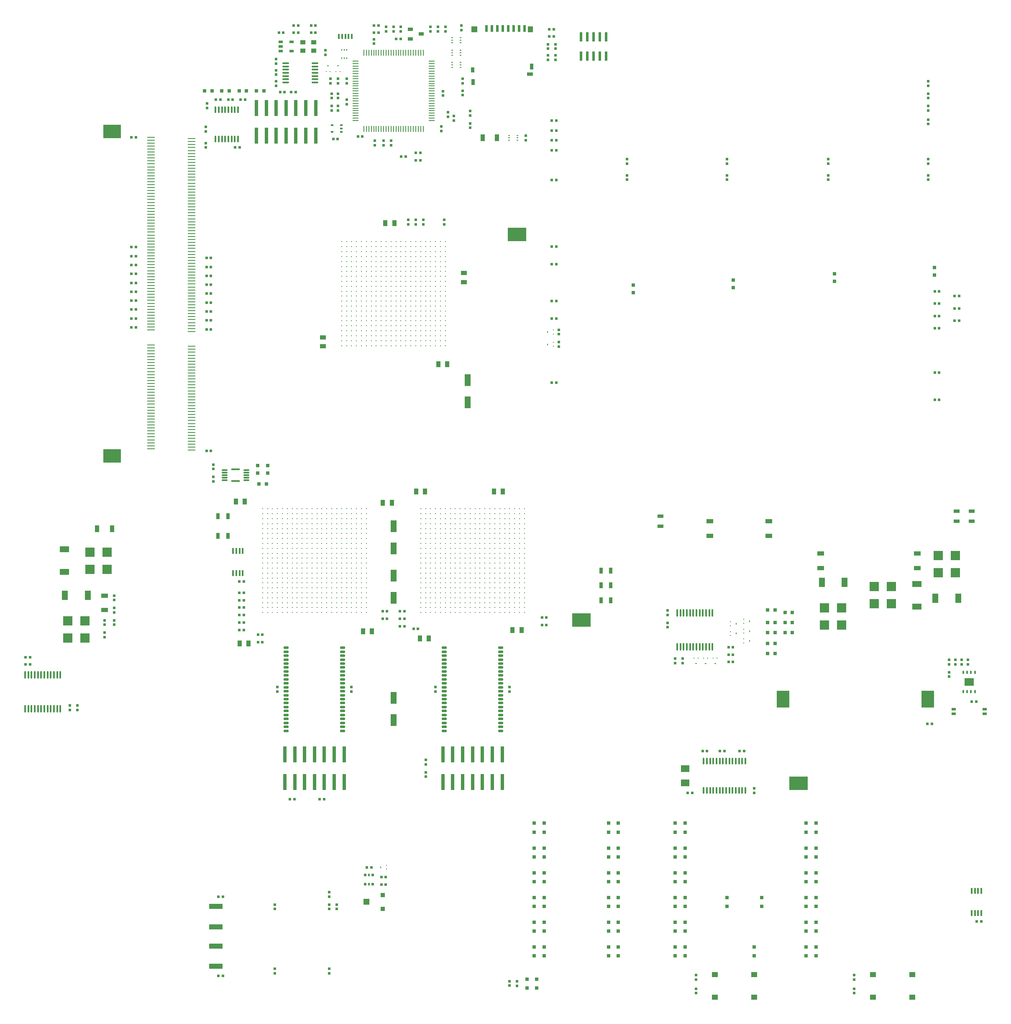
<source format=gtp>
G04 #@! TF.FileFunction,Paste,Top*
%FSLAX46Y46*%
G04 Gerber Fmt 4.6, Leading zero omitted, Abs format (unit mm)*
G04 Created by KiCad (PCBNEW (2016-09-03 BZR 7112, Git 24f6c4b)-product) date Mon Sep  5 22:12:06 2016*
%MOMM*%
%LPD*%
G01*
G04 APERTURE LIST*
%ADD10C,0.100000*%
%ADD11R,3.680000X2.800000*%
%ADD12R,1.600000X0.280000*%
%ADD13R,0.560000X1.400000*%
%ADD14R,1.040000X1.200000*%
%ADD15R,1.200000X1.200000*%
%ADD16R,0.640000X1.200000*%
%ADD17R,1.160000X0.800000*%
%ADD18R,0.800000X1.240000*%
%ADD19R,0.640000X1.120000*%
%ADD20O,1.260000X0.270000*%
%ADD21R,1.800000X0.450000*%
%ADD22R,2.560000X3.360000*%
%ADD23R,0.480000X0.480000*%
%ADD24R,0.608000X1.920000*%
%ADD25O,0.240000X1.200000*%
%ADD26O,1.200000X0.240000*%
%ADD27O,1.125000X0.495000*%
%ADD28R,0.320000X1.080000*%
%ADD29R,1.160000X1.960000*%
%ADD30R,1.965600X1.965600*%
%ADD31R,1.960000X1.160000*%
%ADD32R,0.480000X0.520000*%
%ADD33R,0.640080X0.719328*%
%ADD34R,0.520000X0.480000*%
%ADD35R,2.800000X1.120000*%
%ADD36R,1.240000X1.040000*%
%ADD37R,0.680000X0.800000*%
%ADD38O,0.405000X1.530000*%
%ADD39R,0.960000X0.480000*%
%ADD40O,0.315000X0.765000*%
%ADD41R,1.860000X1.560000*%
%ADD42R,0.880000X0.480000*%
%ADD43O,1.305000X0.405000*%
%ADD44R,0.720000X0.760000*%
%ADD45R,0.760000X0.720000*%
%ADD46R,0.800000X3.280000*%
%ADD47O,0.405000X1.260000*%
%ADD48R,0.360000X0.280000*%
%ADD49R,0.280000X0.280000*%
%ADD50R,0.264000X0.400000*%
%ADD51R,1.120000X0.960000*%
%ADD52O,0.360000X1.305000*%
%ADD53R,0.400000X0.264000*%
%ADD54R,0.960000X1.440000*%
%ADD55R,0.280000X0.360000*%
%ADD56R,1.040000X0.720000*%
%ADD57R,1.040000X0.640000*%
%ADD58R,0.600000X0.320000*%
%ADD59C,0.260000*%
%ADD60R,1.440000X0.960000*%
%ADD61R,0.800000X0.680000*%
%ADD62R,1.160000X0.760000*%
%ADD63R,1.440000X0.840000*%
%ADD64R,0.760000X1.160000*%
%ADD65O,0.405000X1.305000*%
%ADD66R,1.800000X1.440000*%
%ADD67R,0.920000X1.160000*%
%ADD68R,1.160000X0.920000*%
%ADD69R,1.280000X2.400000*%
%ADD70R,3.760000X2.744000*%
%ADD71R,0.840000X1.440000*%
%ADD72R,0.960000X0.960000*%
%ADD73R,1.200000X1.280000*%
%ADD74R,0.320000X0.480000*%
G04 APERTURE END LIST*
D10*
D11*
X21000000Y-23200000D03*
X21000000Y-88800000D03*
D12*
X37100000Y-87650000D03*
X37100000Y-87050000D03*
X37100000Y-86450000D03*
X37100000Y-85850000D03*
X37100000Y-85250000D03*
X37100000Y-84650000D03*
X37100000Y-84050000D03*
X37100000Y-83450000D03*
X37100000Y-82850000D03*
X37100000Y-82250000D03*
X37100000Y-81650000D03*
X37100000Y-81050000D03*
X37100000Y-80450000D03*
X37100000Y-79850000D03*
X37100000Y-79250000D03*
X37100000Y-78650000D03*
X37100000Y-78050000D03*
X37100000Y-77450000D03*
X37100000Y-76850000D03*
X37100000Y-76250000D03*
X37100000Y-75650000D03*
X37100000Y-75050000D03*
X37100000Y-74450000D03*
X37100000Y-73850000D03*
X37100000Y-73250000D03*
X37100000Y-72650000D03*
X37100000Y-72050000D03*
X37100000Y-71450000D03*
X37100000Y-70850000D03*
X37100000Y-70250000D03*
X37100000Y-69650000D03*
X37100000Y-69050000D03*
X37100000Y-68450000D03*
X37100000Y-67850000D03*
X37100000Y-67250000D03*
X37100000Y-66650000D03*
X37100000Y-63650000D03*
X37100000Y-63050000D03*
X37100000Y-62450000D03*
X37100000Y-61850000D03*
X37100000Y-61250000D03*
X37100000Y-60650000D03*
X37100000Y-60050000D03*
X37100000Y-59450000D03*
X37100000Y-58850000D03*
X37100000Y-58250000D03*
X37100000Y-57650000D03*
X37100000Y-57050000D03*
X37100000Y-56450000D03*
X37100000Y-55850000D03*
X37100000Y-55250000D03*
X37100000Y-54650000D03*
X37100000Y-54050000D03*
X37100000Y-53450000D03*
X37100000Y-52850000D03*
X37100000Y-52250000D03*
X37100000Y-51650000D03*
X37100000Y-51050000D03*
X37100000Y-50450000D03*
X37100000Y-49850000D03*
X37100000Y-49250000D03*
X37100000Y-48650000D03*
X37100000Y-48050000D03*
X37100000Y-47450000D03*
X37100000Y-46850000D03*
X37100000Y-46250000D03*
X37100000Y-45650000D03*
X37100000Y-45050000D03*
X37100000Y-44450000D03*
X37100000Y-43850000D03*
X37100000Y-43250000D03*
X37100000Y-42650000D03*
X37100000Y-42050000D03*
X37100000Y-41450000D03*
X37100000Y-40850000D03*
X37100000Y-40250000D03*
X37100000Y-39650000D03*
X37100000Y-39050000D03*
X37100000Y-38450000D03*
X37100000Y-37850000D03*
X37100000Y-37250000D03*
X37100000Y-36650000D03*
X37100000Y-36050000D03*
X37100000Y-35450000D03*
X37100000Y-34850000D03*
X37100000Y-34250000D03*
X37100000Y-33650000D03*
X37100000Y-33050000D03*
X37100000Y-32450000D03*
X37100000Y-31850000D03*
X37100000Y-31250000D03*
X37100000Y-30650000D03*
X37100000Y-30050000D03*
X37100000Y-29450000D03*
X37100000Y-28850000D03*
X37100000Y-28250000D03*
X37100000Y-27650000D03*
X37100000Y-27050000D03*
X37100000Y-26450000D03*
X37100000Y-25850000D03*
X37100000Y-25250000D03*
X37100000Y-24650000D03*
X28900000Y-87350000D03*
X28900000Y-86750000D03*
X28900000Y-86150000D03*
X28900000Y-85550000D03*
X28900000Y-84950000D03*
X28900000Y-84350000D03*
X28900000Y-83750000D03*
X28900000Y-83150000D03*
X28900000Y-82550000D03*
X28900000Y-81950000D03*
X28900000Y-81350000D03*
X28900000Y-80750000D03*
X28900000Y-80150000D03*
X28900000Y-79550000D03*
X28900000Y-78950000D03*
X28900000Y-78350000D03*
X28900000Y-77750000D03*
X28900000Y-77150000D03*
X28900000Y-76550000D03*
X28900000Y-75950000D03*
X28900000Y-75350000D03*
X28900000Y-74750000D03*
X28900000Y-74150000D03*
X28900000Y-73550000D03*
X28900000Y-72950000D03*
X28900000Y-72350000D03*
X28900000Y-71750000D03*
X28900000Y-71150000D03*
X28900000Y-70550000D03*
X28900000Y-69950000D03*
X28900000Y-69350000D03*
X28900000Y-68750000D03*
X28900000Y-68150000D03*
X28900000Y-67550000D03*
X28900000Y-66950000D03*
X28900000Y-66350000D03*
X28900000Y-63350000D03*
X28900000Y-62750000D03*
X28900000Y-62150000D03*
X28900000Y-61550000D03*
X28900000Y-60950000D03*
X28900000Y-60350000D03*
X28900000Y-59750000D03*
X28900000Y-59150000D03*
X28900000Y-58550000D03*
X28900000Y-57950000D03*
X28900000Y-57350000D03*
X28900000Y-56750000D03*
X28900000Y-56150000D03*
X28900000Y-55550000D03*
X28900000Y-54950000D03*
X28900000Y-54350000D03*
X28900000Y-53750000D03*
X28900000Y-53150000D03*
X28900000Y-52550000D03*
X28900000Y-51950000D03*
X28900000Y-51350000D03*
X28900000Y-50750000D03*
X28900000Y-50150000D03*
X28900000Y-49550000D03*
X28900000Y-48950000D03*
X28900000Y-48350000D03*
X28900000Y-47750000D03*
X28900000Y-47150000D03*
X28900000Y-46550000D03*
X28900000Y-45950000D03*
X28900000Y-45350000D03*
X28900000Y-44750000D03*
X28900000Y-44150000D03*
X28900000Y-43550000D03*
X28900000Y-42950000D03*
X28900000Y-42350000D03*
X28900000Y-41750000D03*
X28900000Y-41150000D03*
X28900000Y-40550000D03*
X28900000Y-39950000D03*
X28900000Y-39350000D03*
X28900000Y-38750000D03*
X28900000Y-38150000D03*
X28900000Y-37550000D03*
X28900000Y-36950000D03*
X28900000Y-36350000D03*
X28900000Y-35750000D03*
X28900000Y-35150000D03*
X28900000Y-34550000D03*
X28900000Y-33950000D03*
X28900000Y-33350000D03*
X28900000Y-32750000D03*
X28900000Y-32150000D03*
X28900000Y-31550000D03*
X28900000Y-30950000D03*
X28900000Y-30350000D03*
X28900000Y-29750000D03*
X28900000Y-29150000D03*
X28900000Y-28550000D03*
X28900000Y-27950000D03*
X28900000Y-27350000D03*
X28900000Y-26750000D03*
X28900000Y-26150000D03*
X28900000Y-25550000D03*
X28900000Y-24950000D03*
X28900000Y-24350000D03*
D13*
X96800000Y-2375000D03*
X97900000Y-2375000D03*
X99000000Y-2375000D03*
X100100000Y-2375000D03*
X101200000Y-2375000D03*
X102300000Y-2375000D03*
X103400000Y-2375000D03*
X104500000Y-2375000D03*
D14*
X105700000Y-2500000D03*
D15*
X94350000Y-2500000D03*
D16*
X105950000Y-10100000D03*
D17*
X105625000Y-11600000D03*
D18*
X94100000Y-13175000D03*
D19*
X94000000Y-10750000D03*
D20*
X48200000Y-93729290D03*
X48200000Y-93229290D03*
X48200000Y-92729290D03*
X48200000Y-92229290D03*
X48200000Y-91729290D03*
X43800000Y-91729290D03*
X43800000Y-92229290D03*
X43800000Y-92729290D03*
X43800000Y-93229290D03*
X43800000Y-93729290D03*
D21*
X46000000Y-91529290D03*
X46000000Y-93929290D03*
D22*
X186150000Y-138000000D03*
X156850000Y-138000000D03*
D23*
X110950000Y-25000000D03*
X110050000Y-25000000D03*
D24*
X115960000Y-7950000D03*
X115960000Y-4050000D03*
X117230000Y-7950000D03*
X117230000Y-4050000D03*
X118500000Y-7950000D03*
X118500000Y-4050000D03*
X119770000Y-4050000D03*
X121040000Y-7950000D03*
X121040000Y-4050000D03*
X119770000Y-7950000D03*
D25*
X72000000Y-22700000D03*
X72500000Y-22700000D03*
X73000000Y-22700000D03*
X73500000Y-22700000D03*
X74000000Y-22700000D03*
X74500000Y-22700000D03*
X75000000Y-22700000D03*
X75500000Y-22700000D03*
X76000000Y-22700000D03*
X76500000Y-22700000D03*
X77000000Y-22700000D03*
X77500000Y-22700000D03*
X78000000Y-22700000D03*
X78500000Y-22700000D03*
X79000000Y-22700000D03*
X79500000Y-22700000D03*
X80000000Y-22700000D03*
X80500000Y-22700000D03*
X81000000Y-22700000D03*
X81500000Y-22700000D03*
X82000000Y-22700000D03*
X82500000Y-22700000D03*
X83000000Y-22700000D03*
X83500000Y-22700000D03*
X84000000Y-22700000D03*
D26*
X85700000Y-21000000D03*
X85700000Y-20500000D03*
X85700000Y-20000000D03*
X85700000Y-19500000D03*
X85700000Y-19000000D03*
X85700000Y-18500000D03*
X85700000Y-18000000D03*
X85700000Y-17500000D03*
X85700000Y-17000000D03*
X85700000Y-16500000D03*
X85700000Y-16000000D03*
X85700000Y-15500000D03*
X85700000Y-15000000D03*
X85700000Y-14500000D03*
X85700000Y-14000000D03*
X85700000Y-13500000D03*
X85700000Y-13000000D03*
X85700000Y-12500000D03*
X85700000Y-12000000D03*
X85700000Y-11500000D03*
X85700000Y-11000000D03*
X85700000Y-10500000D03*
X85700000Y-10000000D03*
X85700000Y-9500000D03*
X85700000Y-9000000D03*
D25*
X84000000Y-7300000D03*
X83500000Y-7300000D03*
X83000000Y-7300000D03*
X82500000Y-7300000D03*
X82000000Y-7300000D03*
X81500000Y-7300000D03*
X81000000Y-7300000D03*
X80500000Y-7300000D03*
X80000000Y-7300000D03*
X79500000Y-7300000D03*
X79000000Y-7300000D03*
X78500000Y-7300000D03*
X78000000Y-7300000D03*
X77500000Y-7300000D03*
X77000000Y-7300000D03*
X76500000Y-7300000D03*
X76000000Y-7300000D03*
X75500000Y-7300000D03*
X75000000Y-7300000D03*
X74500000Y-7300000D03*
X74000000Y-7300000D03*
X73500000Y-7300000D03*
X73000000Y-7300000D03*
X72500000Y-7300000D03*
X72000000Y-7300000D03*
D26*
X70300000Y-9000000D03*
X70300000Y-9500000D03*
X70300000Y-10000000D03*
X70300000Y-10500000D03*
X70300000Y-11000000D03*
X70300000Y-11500000D03*
X70300000Y-12000000D03*
X70300000Y-12500000D03*
X70300000Y-13000000D03*
X70300000Y-13500000D03*
X70300000Y-14000000D03*
X70300000Y-14500000D03*
X70300000Y-15000000D03*
X70300000Y-15500000D03*
X70300000Y-16000000D03*
X70300000Y-16500000D03*
X70300000Y-17000000D03*
X70300000Y-17500000D03*
X70300000Y-18000000D03*
X70300000Y-18500000D03*
X70300000Y-19000000D03*
X70300000Y-19500000D03*
X70300000Y-20000000D03*
X70300000Y-20500000D03*
X70300000Y-21000000D03*
D27*
X56300000Y-127600000D03*
X56300000Y-128400000D03*
X56300000Y-129200000D03*
X56300000Y-130000000D03*
X56300000Y-130800000D03*
X56300000Y-131600000D03*
X56300000Y-132400000D03*
X56300000Y-133200000D03*
X56300000Y-134000000D03*
X56300000Y-134800000D03*
X56300000Y-135600000D03*
X56300000Y-136400000D03*
X56300000Y-137200000D03*
X56300000Y-138000000D03*
X56300000Y-138800000D03*
X56300000Y-139600000D03*
X56300000Y-140400000D03*
X56300000Y-141200000D03*
X56300000Y-142000000D03*
X56300000Y-142800000D03*
X56300000Y-143600000D03*
X56300000Y-144400000D03*
X67700000Y-144400000D03*
X67700000Y-143600000D03*
X67700000Y-142800000D03*
X67700000Y-142000000D03*
X67700000Y-141200000D03*
X67700000Y-140400000D03*
X67700000Y-139600000D03*
X67700000Y-138800000D03*
X67700000Y-138000000D03*
X67700000Y-137200000D03*
X67700000Y-136400000D03*
X67700000Y-135600000D03*
X67700000Y-134800000D03*
X67700000Y-134000000D03*
X67700000Y-133200000D03*
X67700000Y-132400000D03*
X67700000Y-131600000D03*
X67700000Y-130800000D03*
X67700000Y-130000000D03*
X67700000Y-129200000D03*
X67700000Y-128400000D03*
X67700000Y-127600000D03*
D28*
X69550000Y-4000000D03*
X68900000Y-4000000D03*
X68250000Y-4000000D03*
X67600000Y-4000000D03*
X66950000Y-4000000D03*
D29*
X16100000Y-117000000D03*
X11500000Y-117000000D03*
D30*
X15537500Y-122162500D03*
X12062500Y-122162500D03*
X12062500Y-125637500D03*
X15537500Y-125637500D03*
D31*
X11400000Y-107700000D03*
X11400000Y-112300000D03*
D30*
X16562500Y-108262500D03*
X16562500Y-111737500D03*
X20037500Y-111737500D03*
X20037500Y-108262500D03*
D32*
X19500000Y-122950000D03*
X19500000Y-122050000D03*
D33*
X135000000Y-188100840D03*
X135000000Y-189899160D03*
X135000000Y-183100840D03*
X135000000Y-184899160D03*
X151000000Y-188100840D03*
X151000000Y-189899160D03*
X152500000Y-178100840D03*
X152500000Y-179899160D03*
X145500000Y-178100840D03*
X145500000Y-179899160D03*
X137000000Y-188100840D03*
X137000000Y-189899160D03*
X137000000Y-183100840D03*
X137000000Y-184899160D03*
X137000000Y-178100840D03*
X137000000Y-179899160D03*
X137000000Y-168100840D03*
X137000000Y-169899160D03*
X137000000Y-163100840D03*
X137000000Y-164899160D03*
X137000000Y-173100840D03*
X137000000Y-174899160D03*
X135000000Y-178100840D03*
X135000000Y-179899160D03*
X135000000Y-173100840D03*
X135000000Y-174899160D03*
X135000000Y-168100840D03*
X135000000Y-169899160D03*
X135000000Y-163100840D03*
X135000000Y-164899160D03*
X163500000Y-188100840D03*
X163500000Y-189899160D03*
X163500000Y-183100840D03*
X163500000Y-184899160D03*
X163500000Y-178100840D03*
X163500000Y-179899160D03*
X163500000Y-173100840D03*
X163500000Y-174899160D03*
X163500000Y-168100840D03*
X163500000Y-169899160D03*
X163500000Y-163100840D03*
X163500000Y-164899160D03*
X161500000Y-188100840D03*
X161500000Y-189899160D03*
X161500000Y-183100840D03*
X161500000Y-184899160D03*
X161500000Y-178100840D03*
X161500000Y-179899160D03*
X161500000Y-173100840D03*
X161500000Y-174899160D03*
X161500000Y-168100840D03*
X161500000Y-169899160D03*
X161500000Y-163100840D03*
X161500000Y-164899160D03*
D32*
X151000000Y-156050000D03*
X151000000Y-156950000D03*
X91750000Y-2700000D03*
X91750000Y-1800000D03*
D34*
X40150000Y-63200000D03*
X41050000Y-63200000D03*
X40150000Y-52400000D03*
X41050000Y-52400000D03*
X25850000Y-53800000D03*
X24950000Y-53800000D03*
X25850000Y-46600000D03*
X24950000Y-46600000D03*
X40150000Y-61400000D03*
X41050000Y-61400000D03*
X40150000Y-50600000D03*
X41050000Y-50600000D03*
X25850000Y-55600000D03*
X24950000Y-55600000D03*
X40150000Y-87800000D03*
X41050000Y-87800000D03*
X40150000Y-59600000D03*
X41050000Y-59600000D03*
X40150000Y-48800000D03*
X41050000Y-48800000D03*
X25850000Y-57400000D03*
X24950000Y-57400000D03*
D32*
X40000000Y-23200000D03*
X40000000Y-22300000D03*
D34*
X40150000Y-57800000D03*
X41050000Y-57800000D03*
X25850000Y-48400000D03*
X24950000Y-48400000D03*
X25850000Y-59200000D03*
X24950000Y-59200000D03*
X25850000Y-24400000D03*
X24950000Y-24400000D03*
X40150000Y-56000000D03*
X41050000Y-56000000D03*
X25850000Y-50200000D03*
X24950000Y-50200000D03*
X25850000Y-61000000D03*
X24950000Y-61000000D03*
D32*
X40000000Y-26450000D03*
X40000000Y-25550000D03*
D34*
X40150000Y-54200000D03*
X41050000Y-54200000D03*
X25850000Y-52000000D03*
X24950000Y-52000000D03*
X25850000Y-62800000D03*
X24950000Y-62800000D03*
D27*
X88300000Y-127600000D03*
X88300000Y-128400000D03*
X88300000Y-129200000D03*
X88300000Y-130000000D03*
X88300000Y-130800000D03*
X88300000Y-131600000D03*
X88300000Y-132400000D03*
X88300000Y-133200000D03*
X88300000Y-134000000D03*
X88300000Y-134800000D03*
X88300000Y-135600000D03*
X88300000Y-136400000D03*
X88300000Y-137200000D03*
X88300000Y-138000000D03*
X88300000Y-138800000D03*
X88300000Y-139600000D03*
X88300000Y-140400000D03*
X88300000Y-141200000D03*
X88300000Y-142000000D03*
X88300000Y-142800000D03*
X88300000Y-143600000D03*
X88300000Y-144400000D03*
X99700000Y-144400000D03*
X99700000Y-143600000D03*
X99700000Y-142800000D03*
X99700000Y-142000000D03*
X99700000Y-141200000D03*
X99700000Y-140400000D03*
X99700000Y-139600000D03*
X99700000Y-138800000D03*
X99700000Y-138000000D03*
X99700000Y-137200000D03*
X99700000Y-136400000D03*
X99700000Y-135600000D03*
X99700000Y-134800000D03*
X99700000Y-134000000D03*
X99700000Y-133200000D03*
X99700000Y-132400000D03*
X99700000Y-131600000D03*
X99700000Y-130800000D03*
X99700000Y-130000000D03*
X99700000Y-129200000D03*
X99700000Y-128400000D03*
X99700000Y-127600000D03*
D35*
X42000000Y-192050000D03*
X42000000Y-187950000D03*
X42000000Y-179950000D03*
X42000000Y-184050000D03*
D34*
X42550000Y-178000000D03*
X43450000Y-178000000D03*
X42550000Y-194000000D03*
X43450000Y-194000000D03*
D32*
X65000000Y-193450000D03*
X65000000Y-192550000D03*
X54000000Y-193450000D03*
X54000000Y-192550000D03*
D36*
X175025000Y-198250000D03*
X182975000Y-198250000D03*
X175025000Y-193750000D03*
X182975000Y-193750000D03*
X143025000Y-198250000D03*
X150975000Y-198250000D03*
X143025000Y-193750000D03*
X150975000Y-193750000D03*
D32*
X171250000Y-196550000D03*
X171250000Y-197450000D03*
X139250000Y-196550000D03*
X139250000Y-197450000D03*
X54500000Y-135550000D03*
X54500000Y-136450000D03*
X69500000Y-136450000D03*
X69500000Y-135550000D03*
X86500000Y-135550000D03*
X86500000Y-136450000D03*
X101500000Y-136450000D03*
X101500000Y-135550000D03*
D29*
X169300000Y-114400000D03*
X164700000Y-114400000D03*
D30*
X168737500Y-119562500D03*
X165262500Y-119562500D03*
X165262500Y-123037500D03*
X168737500Y-123037500D03*
D29*
X187700000Y-117600000D03*
X192300000Y-117600000D03*
D30*
X188262500Y-112437500D03*
X191737500Y-112437500D03*
X191737500Y-108962500D03*
X188262500Y-108962500D03*
D37*
X158750000Y-124500000D03*
X157250000Y-124500000D03*
X158750000Y-122500000D03*
X157250000Y-122500000D03*
X155250000Y-128750000D03*
X153750000Y-128750000D03*
X158750000Y-120500000D03*
X157250000Y-120500000D03*
X155250000Y-120000000D03*
X153750000Y-120000000D03*
X155250000Y-122500000D03*
X153750000Y-122500000D03*
X155250000Y-126750000D03*
X153750000Y-126750000D03*
X155250000Y-124500000D03*
X153750000Y-124500000D03*
D23*
X136500000Y-129800000D03*
X136500000Y-130700000D03*
X145800000Y-127500000D03*
X146700000Y-127500000D03*
X133500000Y-120050000D03*
X133500000Y-120950000D03*
X135000000Y-129800000D03*
X135000000Y-130700000D03*
D31*
X183900000Y-119300000D03*
X183900000Y-114700000D03*
D30*
X178737500Y-118737500D03*
X178737500Y-115262500D03*
X175262500Y-115262500D03*
X175262500Y-118737500D03*
D38*
X135425000Y-127450000D03*
X136075000Y-127450000D03*
X136725000Y-127450000D03*
X137375000Y-127450000D03*
X138025000Y-127450000D03*
X138675000Y-127450000D03*
X139325000Y-127450000D03*
X139975000Y-127450000D03*
X140625000Y-127450000D03*
X141275000Y-127450000D03*
X141925000Y-127450000D03*
X142575000Y-127450000D03*
X142575000Y-120550000D03*
X141925000Y-120550000D03*
X141275000Y-120550000D03*
X140625000Y-120550000D03*
X139975000Y-120550000D03*
X139325000Y-120550000D03*
X138675000Y-120550000D03*
X138025000Y-120550000D03*
X137375000Y-120550000D03*
X136725000Y-120550000D03*
X136075000Y-120550000D03*
X135425000Y-120550000D03*
D23*
X145800000Y-129000000D03*
X146700000Y-129000000D03*
X145800000Y-130500000D03*
X146700000Y-130500000D03*
D32*
X133500000Y-123450000D03*
X133500000Y-122550000D03*
D39*
X191350000Y-140950000D03*
X191350000Y-140050000D03*
X197650000Y-140950000D03*
X197650000Y-140050000D03*
D40*
X193300000Y-136450000D03*
X194100000Y-136450000D03*
X194900000Y-136450000D03*
X195700000Y-136450000D03*
X195700000Y-132550000D03*
X194900000Y-132550000D03*
X194100000Y-132550000D03*
X193300000Y-132550000D03*
D41*
X194500000Y-134500000D03*
D23*
X190500000Y-132550000D03*
X190500000Y-133450000D03*
D32*
X190500000Y-130950000D03*
X190500000Y-130050000D03*
X191750000Y-130950000D03*
X191750000Y-130050000D03*
X193000000Y-130950000D03*
X193000000Y-130050000D03*
D34*
X195050000Y-138500000D03*
X195950000Y-138500000D03*
D32*
X194250000Y-130950000D03*
X194250000Y-130050000D03*
D42*
X55150000Y-5050000D03*
X55150000Y-6950000D03*
X55150000Y-6000000D03*
X57350000Y-6950000D03*
X57350000Y-5050000D03*
D43*
X56188277Y-9390254D03*
X56188277Y-10040254D03*
X56188277Y-10690254D03*
X56188277Y-11340254D03*
X56188277Y-11990254D03*
X56188277Y-12640254D03*
X56188277Y-13290254D03*
X62088277Y-13290254D03*
X62088277Y-12640254D03*
X62088277Y-11990254D03*
X62088277Y-11340254D03*
X62088277Y-10690254D03*
X62088277Y-10040254D03*
X62088277Y-9390254D03*
D32*
X54250000Y-13950000D03*
X54250000Y-13050000D03*
X54250000Y-10800000D03*
X54250000Y-11700000D03*
D44*
X50750000Y-94500000D03*
X52250000Y-94500000D03*
D45*
X50500000Y-90750000D03*
X50500000Y-92250000D03*
X52500000Y-90750000D03*
X52500000Y-92250000D03*
D32*
X41500000Y-93950000D03*
X41500000Y-93050000D03*
X41500000Y-90550000D03*
X41500000Y-91450000D03*
D34*
X110950000Y-33000000D03*
X110050000Y-33000000D03*
X110950000Y-50000000D03*
X110050000Y-50000000D03*
X110950000Y-46500000D03*
X110050000Y-46500000D03*
X110950000Y-61000000D03*
X110050000Y-61000000D03*
X110950000Y-57500000D03*
X110050000Y-57500000D03*
X110950000Y-74000000D03*
X110050000Y-74000000D03*
D23*
X78000000Y-2050000D03*
X78000000Y-2950000D03*
X76500000Y-2050000D03*
X76500000Y-2950000D03*
X47700000Y-121000000D03*
X46800000Y-121000000D03*
D34*
X46800000Y-119500000D03*
X47700000Y-119500000D03*
D23*
X90250000Y-20050000D03*
X90250000Y-20950000D03*
D46*
X56250000Y-24050000D03*
X54250000Y-24050000D03*
X52250000Y-24050000D03*
X50250000Y-24050000D03*
X58250000Y-24050000D03*
X60250000Y-24050000D03*
X62250000Y-24050000D03*
X62250000Y-18450000D03*
X60250000Y-18450000D03*
X58250000Y-18450000D03*
X56250000Y-18450000D03*
X54250000Y-18450000D03*
X52250000Y-18450000D03*
X50250000Y-18450000D03*
X62000000Y-154800000D03*
X60000000Y-154800000D03*
X58000000Y-154800000D03*
X56000000Y-154800000D03*
X64000000Y-154800000D03*
X66000000Y-154800000D03*
X68000000Y-154800000D03*
X68000000Y-149200000D03*
X66000000Y-149200000D03*
X64000000Y-149200000D03*
X62000000Y-149200000D03*
X60000000Y-149200000D03*
X58000000Y-149200000D03*
X56000000Y-149200000D03*
X94000000Y-154800000D03*
X92000000Y-154800000D03*
X90000000Y-154800000D03*
X88000000Y-154800000D03*
X96000000Y-154800000D03*
X98000000Y-154800000D03*
X100000000Y-154800000D03*
X100000000Y-149200000D03*
X98000000Y-149200000D03*
X96000000Y-149200000D03*
X94000000Y-149200000D03*
X92000000Y-149200000D03*
X90000000Y-149200000D03*
X88000000Y-149200000D03*
D33*
X107000000Y-196399160D03*
X107000000Y-194600840D03*
X105000000Y-196399160D03*
X105000000Y-194600840D03*
D23*
X103000000Y-196000000D03*
X103000000Y-195100000D03*
X101500000Y-195950000D03*
X101500000Y-195050000D03*
D47*
X196975000Y-176750000D03*
X196325000Y-176750000D03*
X195675000Y-176750000D03*
X195025000Y-176750000D03*
X195025000Y-181250000D03*
X195675000Y-181250000D03*
X196325000Y-181250000D03*
X196975000Y-181250000D03*
X47475000Y-108000000D03*
X46825000Y-108000000D03*
X46175000Y-108000000D03*
X45525000Y-108000000D03*
X45525000Y-112500000D03*
X46175000Y-112500000D03*
X46825000Y-112500000D03*
X47475000Y-112500000D03*
D34*
X47700000Y-114250000D03*
X46800000Y-114250000D03*
X196950000Y-183000000D03*
X196050000Y-183000000D03*
D23*
X66750000Y-13450000D03*
X66750000Y-12550000D03*
X65250000Y-13450000D03*
X65250000Y-12550000D03*
D48*
X66750000Y-9925000D03*
D49*
X66350000Y-11075000D03*
X67150000Y-11075000D03*
D48*
X64750000Y-9925000D03*
D49*
X64350000Y-11075000D03*
X65150000Y-11075000D03*
D48*
X141200000Y-130825000D03*
D49*
X141600000Y-129675000D03*
X140800000Y-129675000D03*
D48*
X143100000Y-130825000D03*
D49*
X143500000Y-129675000D03*
X142700000Y-129675000D03*
D48*
X139250000Y-130825000D03*
D49*
X139650000Y-129675000D03*
X138850000Y-129675000D03*
D23*
X66750000Y-18950000D03*
X66750000Y-18050000D03*
X65500000Y-18950000D03*
X65500000Y-18050000D03*
X65500000Y-16450000D03*
X65500000Y-15550000D03*
X66750000Y-16450000D03*
X66750000Y-15550000D03*
D50*
X68000000Y-8350000D03*
X68500000Y-6650000D03*
X67500000Y-6650000D03*
X68000000Y-6650000D03*
X67500000Y-8350000D03*
X68500000Y-8350000D03*
D23*
X74950000Y-3250000D03*
X74050000Y-3250000D03*
X74950000Y-1750000D03*
X74050000Y-1750000D03*
D51*
X59650000Y-6850000D03*
X61850000Y-6850000D03*
X61850000Y-5150000D03*
X59650000Y-5150000D03*
D52*
X46525000Y-18800000D03*
X45875000Y-18800000D03*
X45225000Y-18800000D03*
X44575000Y-18800000D03*
X43925000Y-18800000D03*
X43275000Y-18800000D03*
X42625000Y-18800000D03*
X41975000Y-18800000D03*
X41975000Y-24700000D03*
X42625000Y-24700000D03*
X43275000Y-24700000D03*
X43925000Y-24700000D03*
X44575000Y-24700000D03*
X45225000Y-24700000D03*
X45875000Y-24700000D03*
X46525000Y-24700000D03*
D34*
X45950000Y-26400000D03*
X46850000Y-26400000D03*
X47950000Y-16750000D03*
X47050000Y-16750000D03*
X44550000Y-16750000D03*
X45450000Y-16750000D03*
D32*
X40250000Y-17550000D03*
X40250000Y-18450000D03*
D34*
X42950000Y-16750000D03*
X42050000Y-16750000D03*
D37*
X50250000Y-15000000D03*
X51750000Y-15000000D03*
X46750000Y-15000000D03*
X48250000Y-15000000D03*
X43250000Y-15000000D03*
X44750000Y-15000000D03*
X39750000Y-15000000D03*
X41250000Y-15000000D03*
D53*
X103100000Y-24500000D03*
X101400000Y-24000000D03*
X101400000Y-25000000D03*
X101400000Y-24500000D03*
X103100000Y-25000000D03*
X103100000Y-24000000D03*
D23*
X104750000Y-24950000D03*
X104750000Y-24050000D03*
D54*
X98950000Y-24500000D03*
X96050000Y-24500000D03*
D55*
X150075000Y-126250000D03*
D49*
X148925000Y-125850000D03*
X148925000Y-126650000D03*
D55*
X150075000Y-122250000D03*
D49*
X148925000Y-121850000D03*
X148925000Y-122650000D03*
D55*
X147325000Y-122750000D03*
D49*
X146175000Y-122350000D03*
X146175000Y-123150000D03*
D55*
X150075000Y-124250000D03*
D49*
X148925000Y-123850000D03*
X148925000Y-124650000D03*
D55*
X147325000Y-124750000D03*
D49*
X146175000Y-124350000D03*
X146175000Y-125150000D03*
D55*
X109175000Y-66250000D03*
D49*
X110325000Y-66650000D03*
X110325000Y-65850000D03*
D55*
X109175000Y-63750000D03*
D49*
X110325000Y-64150000D03*
X110325000Y-63350000D03*
D23*
X111500000Y-64200000D03*
X111500000Y-63300000D03*
X111500000Y-66700000D03*
X111500000Y-65800000D03*
X57300000Y-15250000D03*
X58200000Y-15250000D03*
X55950000Y-15250000D03*
X55050000Y-15250000D03*
X84500000Y-150300000D03*
X84500000Y-151200000D03*
X110750000Y-6450000D03*
X110750000Y-5550000D03*
X109250000Y-6450000D03*
X109250000Y-5550000D03*
X63050000Y-158250000D03*
X63950000Y-158250000D03*
X57050000Y-158250000D03*
X57950000Y-158250000D03*
X110750000Y-7800000D03*
X110750000Y-8700000D03*
X84500000Y-153700000D03*
X84500000Y-152800000D03*
X82050000Y-123750000D03*
X82950000Y-123750000D03*
X46800000Y-124000000D03*
X47700000Y-124000000D03*
X84000000Y-41050000D03*
X84000000Y-41950000D03*
X47700000Y-122500000D03*
X46800000Y-122500000D03*
X47700000Y-118000000D03*
X46800000Y-118000000D03*
X88250000Y-41950000D03*
X88250000Y-41050000D03*
X82500000Y-41950000D03*
X82500000Y-41050000D03*
X80200000Y-123250000D03*
X79300000Y-123250000D03*
X80200000Y-121750000D03*
X79300000Y-121750000D03*
X54000000Y-179550000D03*
X54000000Y-180450000D03*
X65000000Y-179550000D03*
X65000000Y-180450000D03*
X66500000Y-179550000D03*
X66500000Y-180450000D03*
X65000000Y-177050000D03*
X65000000Y-177950000D03*
X109250000Y-7800000D03*
X109250000Y-8700000D03*
X81000000Y-41950000D03*
X81000000Y-41050000D03*
X47700000Y-116500000D03*
X46800000Y-116500000D03*
X80200000Y-120250000D03*
X79300000Y-120250000D03*
D53*
X89900000Y-4750000D03*
X91600000Y-5250000D03*
X91600000Y-4250000D03*
X91600000Y-4750000D03*
X89900000Y-4250000D03*
X89900000Y-5250000D03*
X89900000Y-7250000D03*
X91600000Y-7750000D03*
X91600000Y-6750000D03*
X91600000Y-7250000D03*
X89900000Y-6750000D03*
X89900000Y-7750000D03*
X89900000Y-9750000D03*
X91600000Y-10250000D03*
X91600000Y-9250000D03*
X91600000Y-9750000D03*
X89900000Y-9250000D03*
X89900000Y-10250000D03*
D56*
X81400000Y-2550000D03*
X81400000Y-4450000D03*
D57*
X83600000Y-3500000D03*
D23*
X85500000Y-2050000D03*
X85500000Y-2950000D03*
X110450000Y-2500000D03*
X109550000Y-2500000D03*
X92000000Y-14950000D03*
X92000000Y-15850000D03*
X87000000Y-2050000D03*
X87000000Y-2950000D03*
X110450000Y-4000000D03*
X109550000Y-4000000D03*
X92000000Y-13450000D03*
X92000000Y-12550000D03*
X79500000Y-2950000D03*
X79500000Y-2050000D03*
X88500000Y-2050000D03*
X88500000Y-2950000D03*
X21500000Y-117050000D03*
X21500000Y-117950000D03*
X21500000Y-122050000D03*
X21500000Y-122950000D03*
X139250000Y-194700000D03*
X139250000Y-193800000D03*
X171250000Y-194700000D03*
X171250000Y-193800000D03*
X187550000Y-63000000D03*
X188450000Y-63000000D03*
X110950000Y-27000000D03*
X110050000Y-27000000D03*
X125250000Y-32050000D03*
X125250000Y-32950000D03*
X191550000Y-59000000D03*
X192450000Y-59000000D03*
X166000000Y-29700000D03*
X166000000Y-28800000D03*
X187550000Y-55500000D03*
X188450000Y-55500000D03*
X187550000Y-60500000D03*
X188450000Y-60500000D03*
X110950000Y-21000000D03*
X110050000Y-21000000D03*
X187550000Y-58000000D03*
X188450000Y-58000000D03*
X187550000Y-72000000D03*
X188450000Y-72000000D03*
X110950000Y-23000000D03*
X110050000Y-23000000D03*
X191550000Y-56500000D03*
X192450000Y-56500000D03*
X191550000Y-61500000D03*
X192450000Y-61500000D03*
X125250000Y-29700000D03*
X125250000Y-28800000D03*
X166000000Y-32050000D03*
X166000000Y-32950000D03*
X145500000Y-29700000D03*
X145500000Y-28800000D03*
X186250000Y-29700000D03*
X186250000Y-28800000D03*
X145500000Y-32050000D03*
X145500000Y-32950000D03*
X187550000Y-77500000D03*
X188450000Y-77500000D03*
X186250000Y-32050000D03*
X186250000Y-32950000D03*
X141450000Y-148500000D03*
X140550000Y-148500000D03*
X186250000Y-18950000D03*
X186250000Y-18050000D03*
X186250000Y-20800000D03*
X186250000Y-21700000D03*
X186250000Y-13950000D03*
X186250000Y-13050000D03*
X186250000Y-16450000D03*
X186250000Y-15550000D03*
D58*
X67450000Y-23250000D03*
X67450000Y-21950000D03*
X67450000Y-22600000D03*
X65550000Y-21950000D03*
X65550000Y-23250000D03*
D23*
X66700000Y-24750000D03*
X65800000Y-24750000D03*
D34*
X70800000Y-24250000D03*
X71700000Y-24250000D03*
D23*
X50550000Y-125000000D03*
X51450000Y-125000000D03*
D34*
X51450000Y-126500000D03*
X50550000Y-126500000D03*
D38*
X3425000Y-139950000D03*
X4075000Y-139950000D03*
X4725000Y-139950000D03*
X5375000Y-139950000D03*
X6025000Y-139950000D03*
X6675000Y-139950000D03*
X7325000Y-139950000D03*
X7975000Y-139950000D03*
X8625000Y-139950000D03*
X9275000Y-139950000D03*
X9925000Y-139950000D03*
X10575000Y-139950000D03*
X10575000Y-133050000D03*
X9925000Y-133050000D03*
X9275000Y-133050000D03*
X8625000Y-133050000D03*
X7975000Y-133050000D03*
X7325000Y-133050000D03*
X6675000Y-133050000D03*
X6025000Y-133050000D03*
X5375000Y-133050000D03*
X4725000Y-133050000D03*
X4075000Y-133050000D03*
X3425000Y-133050000D03*
D23*
X14000000Y-140200000D03*
X14000000Y-139300000D03*
X3550000Y-129500000D03*
X4450000Y-129500000D03*
X12500000Y-140200000D03*
X12500000Y-139300000D03*
D34*
X3550000Y-131000000D03*
X4450000Y-131000000D03*
D32*
X77500000Y-25050000D03*
X77500000Y-25950000D03*
X76000000Y-25050000D03*
X76000000Y-25950000D03*
X88000000Y-15950000D03*
X88000000Y-15050000D03*
X87700000Y-22200000D03*
X87700000Y-23100000D03*
D34*
X79450000Y-4500000D03*
X78550000Y-4500000D03*
D32*
X74000000Y-4550000D03*
X74000000Y-5450000D03*
X68500000Y-13450000D03*
X68500000Y-12550000D03*
X68500000Y-16800000D03*
X68500000Y-17700000D03*
D34*
X57800000Y-1750000D03*
X58700000Y-1750000D03*
X57800000Y-3191043D03*
X58700000Y-3191043D03*
X54800000Y-3250000D03*
X55700000Y-3250000D03*
D23*
X61300000Y-1750000D03*
X62200000Y-1750000D03*
D34*
X61300000Y-3187779D03*
X62200000Y-3187779D03*
D23*
X76700000Y-121750000D03*
X75800000Y-121750000D03*
X76700000Y-120250000D03*
X75800000Y-120250000D03*
X108950000Y-121500000D03*
X108050000Y-121500000D03*
X108950000Y-123000000D03*
X108050000Y-123000000D03*
X82550000Y-29000000D03*
X83450000Y-29000000D03*
X79550000Y-28250000D03*
X80450000Y-28250000D03*
X83450000Y-27500000D03*
X82550000Y-27500000D03*
X93500000Y-19950000D03*
X93500000Y-19050000D03*
X93500000Y-22450000D03*
X93500000Y-21550000D03*
X74200000Y-25050000D03*
X74200000Y-25950000D03*
D59*
X67500000Y-66500000D03*
X68500000Y-66500000D03*
X69500000Y-66500000D03*
X70500000Y-66500000D03*
X71500000Y-66500000D03*
X72500000Y-66500000D03*
X73500000Y-66500000D03*
X74500000Y-66500000D03*
X75500000Y-66500000D03*
X76500000Y-66500000D03*
X77500000Y-66500000D03*
X78500000Y-66500000D03*
X79500000Y-66500000D03*
X80500000Y-66500000D03*
X81500000Y-66500000D03*
X82500000Y-66500000D03*
X83500000Y-66500000D03*
X84500000Y-66500000D03*
X85500000Y-66500000D03*
X86500000Y-66500000D03*
X87500000Y-66500000D03*
X88500000Y-66500000D03*
X67500000Y-65500000D03*
X68500000Y-65500000D03*
X69500000Y-65500000D03*
X70500000Y-65500000D03*
X71500000Y-65500000D03*
X72500000Y-65500000D03*
X73500000Y-65500000D03*
X74500000Y-65500000D03*
X75500000Y-65500000D03*
X76500000Y-65500000D03*
X77500000Y-65500000D03*
X78500000Y-65500000D03*
X79500000Y-65500000D03*
X80500000Y-65500000D03*
X81500000Y-65500000D03*
X82500000Y-65500000D03*
X83500000Y-65500000D03*
X84500000Y-65500000D03*
X85500000Y-65500000D03*
X86500000Y-65500000D03*
X87500000Y-65500000D03*
X88500000Y-65500000D03*
X67500000Y-64500000D03*
X68500000Y-64500000D03*
X69500000Y-64500000D03*
X70500000Y-64500000D03*
X71500000Y-64500000D03*
X72500000Y-64500000D03*
X73500000Y-64500000D03*
X74500000Y-64500000D03*
X75500000Y-64500000D03*
X76500000Y-64500000D03*
X77500000Y-64500000D03*
X78500000Y-64500000D03*
X79500000Y-64500000D03*
X80500000Y-64500000D03*
X81500000Y-64500000D03*
X82500000Y-64500000D03*
X83500000Y-64500000D03*
X84500000Y-64500000D03*
X85500000Y-64500000D03*
X86500000Y-64500000D03*
X87500000Y-64500000D03*
X88500000Y-64500000D03*
X67500000Y-63500000D03*
X68500000Y-63500000D03*
X69500000Y-63500000D03*
X70500000Y-63500000D03*
X71500000Y-63500000D03*
X72500000Y-63500000D03*
X73500000Y-63500000D03*
X74500000Y-63500000D03*
X75500000Y-63500000D03*
X76500000Y-63500000D03*
X77500000Y-63500000D03*
X78500000Y-63500000D03*
X79500000Y-63500000D03*
X80500000Y-63500000D03*
X81500000Y-63500000D03*
X82500000Y-63500000D03*
X83500000Y-63500000D03*
X84500000Y-63500000D03*
X85500000Y-63500000D03*
X86500000Y-63500000D03*
X87500000Y-63500000D03*
X88500000Y-63500000D03*
X67500000Y-62500000D03*
X68500000Y-62500000D03*
X69500000Y-62500000D03*
X70500000Y-62500000D03*
X71500000Y-62500000D03*
X72500000Y-62500000D03*
X73500000Y-62500000D03*
X74500000Y-62500000D03*
X75500000Y-62500000D03*
X76500000Y-62500000D03*
X77500000Y-62500000D03*
X78500000Y-62500000D03*
X79500000Y-62500000D03*
X80500000Y-62500000D03*
X81500000Y-62500000D03*
X82500000Y-62500000D03*
X83500000Y-62500000D03*
X84500000Y-62500000D03*
X85500000Y-62500000D03*
X86500000Y-62500000D03*
X87500000Y-62500000D03*
X88500000Y-62500000D03*
X67500000Y-61500000D03*
X68500000Y-61500000D03*
X69500000Y-61500000D03*
X70500000Y-61500000D03*
X71500000Y-61500000D03*
X72500000Y-61500000D03*
X73500000Y-61500000D03*
X74500000Y-61500000D03*
X75500000Y-61500000D03*
X76500000Y-61500000D03*
X77500000Y-61500000D03*
X78500000Y-61500000D03*
X79500000Y-61500000D03*
X80500000Y-61500000D03*
X81500000Y-61500000D03*
X82500000Y-61500000D03*
X83500000Y-61500000D03*
X84500000Y-61500000D03*
X85500000Y-61500000D03*
X86500000Y-61500000D03*
X87500000Y-61500000D03*
X88500000Y-61500000D03*
X67500000Y-60500000D03*
X68500000Y-60500000D03*
X69500000Y-60500000D03*
X70500000Y-60500000D03*
X71500000Y-60500000D03*
X72500000Y-60500000D03*
X73500000Y-60500000D03*
X74500000Y-60500000D03*
X75500000Y-60500000D03*
X76500000Y-60500000D03*
X77500000Y-60500000D03*
X78500000Y-60500000D03*
X79500000Y-60500000D03*
X80500000Y-60500000D03*
X81500000Y-60500000D03*
X82500000Y-60500000D03*
X83500000Y-60500000D03*
X84500000Y-60500000D03*
X85500000Y-60500000D03*
X86500000Y-60500000D03*
X87500000Y-60500000D03*
X88500000Y-60500000D03*
X67500000Y-59500000D03*
X68500000Y-59500000D03*
X69500000Y-59500000D03*
X70500000Y-59500000D03*
X71500000Y-59500000D03*
X72500000Y-59500000D03*
X73500000Y-59500000D03*
X74500000Y-59500000D03*
X75500000Y-59500000D03*
X76500000Y-59500000D03*
X77500000Y-59500000D03*
X78500000Y-59500000D03*
X79500000Y-59500000D03*
X80500000Y-59500000D03*
X81500000Y-59500000D03*
X82500000Y-59500000D03*
X83500000Y-59500000D03*
X84500000Y-59500000D03*
X85500000Y-59500000D03*
X86500000Y-59500000D03*
X87500000Y-59500000D03*
X88500000Y-59500000D03*
X67500000Y-58500000D03*
X68500000Y-58500000D03*
X69500000Y-58500000D03*
X70500000Y-58500000D03*
X71500000Y-58500000D03*
X72500000Y-58500000D03*
X73500000Y-58500000D03*
X74500000Y-58500000D03*
X75500000Y-58500000D03*
X76500000Y-58500000D03*
X77500000Y-58500000D03*
X78500000Y-58500000D03*
X79500000Y-58500000D03*
X80500000Y-58500000D03*
X81500000Y-58500000D03*
X82500000Y-58500000D03*
X83500000Y-58500000D03*
X84500000Y-58500000D03*
X85500000Y-58500000D03*
X86500000Y-58500000D03*
X87500000Y-58500000D03*
X88500000Y-58500000D03*
X67500000Y-57500000D03*
X68500000Y-57500000D03*
X69500000Y-57500000D03*
X70500000Y-57500000D03*
X71500000Y-57500000D03*
X72500000Y-57500000D03*
X73500000Y-57500000D03*
X74500000Y-57500000D03*
X75500000Y-57500000D03*
X76500000Y-57500000D03*
X77500000Y-57500000D03*
X78500000Y-57500000D03*
X79500000Y-57500000D03*
X80500000Y-57500000D03*
X81500000Y-57500000D03*
X82500000Y-57500000D03*
X83500000Y-57500000D03*
X84500000Y-57500000D03*
X85500000Y-57500000D03*
X86500000Y-57500000D03*
X87500000Y-57500000D03*
X88500000Y-57500000D03*
X67500000Y-56500000D03*
X68500000Y-56500000D03*
X69500000Y-56500000D03*
X70500000Y-56500000D03*
X71500000Y-56500000D03*
X72500000Y-56500000D03*
X73500000Y-56500000D03*
X74500000Y-56500000D03*
X75500000Y-56500000D03*
X76500000Y-56500000D03*
X77500000Y-56500000D03*
X78500000Y-56500000D03*
X79500000Y-56500000D03*
X80500000Y-56500000D03*
X81500000Y-56500000D03*
X82500000Y-56500000D03*
X83500000Y-56500000D03*
X84500000Y-56500000D03*
X85500000Y-56500000D03*
X86500000Y-56500000D03*
X87500000Y-56500000D03*
X88500000Y-56500000D03*
X67500000Y-55500000D03*
X68500000Y-55500000D03*
X69500000Y-55500000D03*
X70500000Y-55500000D03*
X71500000Y-55500000D03*
X72500000Y-55500000D03*
X73500000Y-55500000D03*
X74500000Y-55500000D03*
X75500000Y-55500000D03*
X76500000Y-55500000D03*
X77500000Y-55500000D03*
X78500000Y-55500000D03*
X79500000Y-55500000D03*
X80500000Y-55500000D03*
X81500000Y-55500000D03*
X82500000Y-55500000D03*
X83500000Y-55500000D03*
X84500000Y-55500000D03*
X85500000Y-55500000D03*
X86500000Y-55500000D03*
X87500000Y-55500000D03*
X88500000Y-55500000D03*
X67500000Y-54500000D03*
X68500000Y-54500000D03*
X69500000Y-54500000D03*
X70500000Y-54500000D03*
X71500000Y-54500000D03*
X72500000Y-54500000D03*
X73500000Y-54500000D03*
X74500000Y-54500000D03*
X75500000Y-54500000D03*
X76500000Y-54500000D03*
X77500000Y-54500000D03*
X78500000Y-54500000D03*
X79500000Y-54500000D03*
X80500000Y-54500000D03*
X81500000Y-54500000D03*
X82500000Y-54500000D03*
X83500000Y-54500000D03*
X84500000Y-54500000D03*
X85500000Y-54500000D03*
X86500000Y-54500000D03*
X87500000Y-54500000D03*
X88500000Y-54500000D03*
X67500000Y-53500000D03*
X68500000Y-53500000D03*
X69500000Y-53500000D03*
X70500000Y-53500000D03*
X71500000Y-53500000D03*
X72500000Y-53500000D03*
X73500000Y-53500000D03*
X74500000Y-53500000D03*
X75500000Y-53500000D03*
X76500000Y-53500000D03*
X77500000Y-53500000D03*
X78500000Y-53500000D03*
X79500000Y-53500000D03*
X80500000Y-53500000D03*
X81500000Y-53500000D03*
X82500000Y-53500000D03*
X83500000Y-53500000D03*
X84500000Y-53500000D03*
X85500000Y-53500000D03*
X86500000Y-53500000D03*
X87500000Y-53500000D03*
X88500000Y-53500000D03*
X67500000Y-52500000D03*
X68500000Y-52500000D03*
X69500000Y-52500000D03*
X70500000Y-52500000D03*
X71500000Y-52500000D03*
X72500000Y-52500000D03*
X73500000Y-52500000D03*
X74500000Y-52500000D03*
X75500000Y-52500000D03*
X76500000Y-52500000D03*
X77500000Y-52500000D03*
X78500000Y-52500000D03*
X79500000Y-52500000D03*
X80500000Y-52500000D03*
X81500000Y-52500000D03*
X82500000Y-52500000D03*
X83500000Y-52500000D03*
X84500000Y-52500000D03*
X85500000Y-52500000D03*
X86500000Y-52500000D03*
X87500000Y-52500000D03*
X88500000Y-52500000D03*
X67500000Y-51500000D03*
X68500000Y-51500000D03*
X69500000Y-51500000D03*
X70500000Y-51500000D03*
X71500000Y-51500000D03*
X72500000Y-51500000D03*
X73500000Y-51500000D03*
X74500000Y-51500000D03*
X75500000Y-51500000D03*
X76500000Y-51500000D03*
X77500000Y-51500000D03*
X78500000Y-51500000D03*
X79500000Y-51500000D03*
X80500000Y-51500000D03*
X81500000Y-51500000D03*
X82500000Y-51500000D03*
X83500000Y-51500000D03*
X84500000Y-51500000D03*
X85500000Y-51500000D03*
X86500000Y-51500000D03*
X87500000Y-51500000D03*
X88500000Y-51500000D03*
X67500000Y-50500000D03*
X68500000Y-50500000D03*
X69500000Y-50500000D03*
X70500000Y-50500000D03*
X71500000Y-50500000D03*
X72500000Y-50500000D03*
X73500000Y-50500000D03*
X74500000Y-50500000D03*
X75500000Y-50500000D03*
X76500000Y-50500000D03*
X77500000Y-50500000D03*
X78500000Y-50500000D03*
X79500000Y-50500000D03*
X80500000Y-50500000D03*
X81500000Y-50500000D03*
X82500000Y-50500000D03*
X83500000Y-50500000D03*
X84500000Y-50500000D03*
X85500000Y-50500000D03*
X86500000Y-50500000D03*
X87500000Y-50500000D03*
X88500000Y-50500000D03*
X67500000Y-49500000D03*
X68500000Y-49500000D03*
X69500000Y-49500000D03*
X70500000Y-49500000D03*
X71500000Y-49500000D03*
X72500000Y-49500000D03*
X73500000Y-49500000D03*
X74500000Y-49500000D03*
X75500000Y-49500000D03*
X76500000Y-49500000D03*
X77500000Y-49500000D03*
X78500000Y-49500000D03*
X79500000Y-49500000D03*
X80500000Y-49500000D03*
X81500000Y-49500000D03*
X82500000Y-49500000D03*
X83500000Y-49500000D03*
X84500000Y-49500000D03*
X85500000Y-49500000D03*
X86500000Y-49500000D03*
X87500000Y-49500000D03*
X88500000Y-49500000D03*
X67500000Y-48500000D03*
X68500000Y-48500000D03*
X69500000Y-48500000D03*
X70500000Y-48500000D03*
X71500000Y-48500000D03*
X72500000Y-48500000D03*
X73500000Y-48500000D03*
X74500000Y-48500000D03*
X75500000Y-48500000D03*
X76500000Y-48500000D03*
X77500000Y-48500000D03*
X78500000Y-48500000D03*
X79500000Y-48500000D03*
X80500000Y-48500000D03*
X81500000Y-48500000D03*
X82500000Y-48500000D03*
X83500000Y-48500000D03*
X84500000Y-48500000D03*
X85500000Y-48500000D03*
X86500000Y-48500000D03*
X87500000Y-48500000D03*
X88500000Y-48500000D03*
X67500000Y-47500000D03*
X68500000Y-47500000D03*
X69500000Y-47500000D03*
X70500000Y-47500000D03*
X71500000Y-47500000D03*
X72500000Y-47500000D03*
X73500000Y-47500000D03*
X74500000Y-47500000D03*
X75500000Y-47500000D03*
X76500000Y-47500000D03*
X77500000Y-47500000D03*
X78500000Y-47500000D03*
X79500000Y-47500000D03*
X80500000Y-47500000D03*
X81500000Y-47500000D03*
X82500000Y-47500000D03*
X83500000Y-47500000D03*
X84500000Y-47500000D03*
X85500000Y-47500000D03*
X86500000Y-47500000D03*
X87500000Y-47500000D03*
X88500000Y-47500000D03*
X67500000Y-46500000D03*
X68500000Y-46500000D03*
X69500000Y-46500000D03*
X70500000Y-46500000D03*
X71500000Y-46500000D03*
X72500000Y-46500000D03*
X73500000Y-46500000D03*
X74500000Y-46500000D03*
X75500000Y-46500000D03*
X76500000Y-46500000D03*
X77500000Y-46500000D03*
X78500000Y-46500000D03*
X79500000Y-46500000D03*
X80500000Y-46500000D03*
X81500000Y-46500000D03*
X82500000Y-46500000D03*
X83500000Y-46500000D03*
X84500000Y-46500000D03*
X85500000Y-46500000D03*
X86500000Y-46500000D03*
X87500000Y-46500000D03*
X88500000Y-46500000D03*
X67500000Y-45500000D03*
X68500000Y-45500000D03*
X69500000Y-45500000D03*
X70500000Y-45500000D03*
X71500000Y-45500000D03*
X72500000Y-45500000D03*
X73500000Y-45500000D03*
X74500000Y-45500000D03*
X75500000Y-45500000D03*
X76500000Y-45500000D03*
X77500000Y-45500000D03*
X78500000Y-45500000D03*
X79500000Y-45500000D03*
X80500000Y-45500000D03*
X81500000Y-45500000D03*
X82500000Y-45500000D03*
X83500000Y-45500000D03*
X84500000Y-45500000D03*
X85500000Y-45500000D03*
X86500000Y-45500000D03*
X87500000Y-45500000D03*
X88500000Y-45500000D03*
X72500000Y-99500000D03*
X71500000Y-99500000D03*
X70500000Y-99500000D03*
X69500000Y-99500000D03*
X68500000Y-99500000D03*
X67500000Y-99500000D03*
X66500000Y-99500000D03*
X65500000Y-99500000D03*
X64500000Y-99500000D03*
X63500000Y-99500000D03*
X62500000Y-99500000D03*
X61500000Y-99500000D03*
X60500000Y-99500000D03*
X59500000Y-99500000D03*
X58500000Y-99500000D03*
X57500000Y-99500000D03*
X56500000Y-99500000D03*
X55500000Y-99500000D03*
X54500000Y-99500000D03*
X53500000Y-99500000D03*
X52500000Y-99500000D03*
X51500000Y-99500000D03*
X72500000Y-100500000D03*
X71500000Y-100500000D03*
X70500000Y-100500000D03*
X69500000Y-100500000D03*
X68500000Y-100500000D03*
X67500000Y-100500000D03*
X66500000Y-100500000D03*
X65500000Y-100500000D03*
X64500000Y-100500000D03*
X63500000Y-100500000D03*
X62500000Y-100500000D03*
X61500000Y-100500000D03*
X60500000Y-100500000D03*
X59500000Y-100500000D03*
X58500000Y-100500000D03*
X57500000Y-100500000D03*
X56500000Y-100500000D03*
X55500000Y-100500000D03*
X54500000Y-100500000D03*
X53500000Y-100500000D03*
X52500000Y-100500000D03*
X51500000Y-100500000D03*
X72500000Y-101500000D03*
X71500000Y-101500000D03*
X70500000Y-101500000D03*
X69500000Y-101500000D03*
X68500000Y-101500000D03*
X67500000Y-101500000D03*
X66500000Y-101500000D03*
X65500000Y-101500000D03*
X64500000Y-101500000D03*
X63500000Y-101500000D03*
X62500000Y-101500000D03*
X61500000Y-101500000D03*
X60500000Y-101500000D03*
X59500000Y-101500000D03*
X58500000Y-101500000D03*
X57500000Y-101500000D03*
X56500000Y-101500000D03*
X55500000Y-101500000D03*
X54500000Y-101500000D03*
X53500000Y-101500000D03*
X52500000Y-101500000D03*
X51500000Y-101500000D03*
X72500000Y-102500000D03*
X71500000Y-102500000D03*
X70500000Y-102500000D03*
X69500000Y-102500000D03*
X68500000Y-102500000D03*
X67500000Y-102500000D03*
X66500000Y-102500000D03*
X65500000Y-102500000D03*
X64500000Y-102500000D03*
X63500000Y-102500000D03*
X62500000Y-102500000D03*
X61500000Y-102500000D03*
X60500000Y-102500000D03*
X59500000Y-102500000D03*
X58500000Y-102500000D03*
X57500000Y-102500000D03*
X56500000Y-102500000D03*
X55500000Y-102500000D03*
X54500000Y-102500000D03*
X53500000Y-102500000D03*
X52500000Y-102500000D03*
X51500000Y-102500000D03*
X72500000Y-103500000D03*
X71500000Y-103500000D03*
X70500000Y-103500000D03*
X69500000Y-103500000D03*
X68500000Y-103500000D03*
X67500000Y-103500000D03*
X66500000Y-103500000D03*
X65500000Y-103500000D03*
X64500000Y-103500000D03*
X63500000Y-103500000D03*
X62500000Y-103500000D03*
X61500000Y-103500000D03*
X60500000Y-103500000D03*
X59500000Y-103500000D03*
X58500000Y-103500000D03*
X57500000Y-103500000D03*
X56500000Y-103500000D03*
X55500000Y-103500000D03*
X54500000Y-103500000D03*
X53500000Y-103500000D03*
X52500000Y-103500000D03*
X51500000Y-103500000D03*
X72500000Y-104500000D03*
X71500000Y-104500000D03*
X70500000Y-104500000D03*
X69500000Y-104500000D03*
X68500000Y-104500000D03*
X67500000Y-104500000D03*
X66500000Y-104500000D03*
X65500000Y-104500000D03*
X64500000Y-104500000D03*
X63500000Y-104500000D03*
X62500000Y-104500000D03*
X61500000Y-104500000D03*
X60500000Y-104500000D03*
X59500000Y-104500000D03*
X58500000Y-104500000D03*
X57500000Y-104500000D03*
X56500000Y-104500000D03*
X55500000Y-104500000D03*
X54500000Y-104500000D03*
X53500000Y-104500000D03*
X52500000Y-104500000D03*
X51500000Y-104500000D03*
X72500000Y-105500000D03*
X71500000Y-105500000D03*
X70500000Y-105500000D03*
X69500000Y-105500000D03*
X68500000Y-105500000D03*
X67500000Y-105500000D03*
X66500000Y-105500000D03*
X65500000Y-105500000D03*
X64500000Y-105500000D03*
X63500000Y-105500000D03*
X62500000Y-105500000D03*
X61500000Y-105500000D03*
X60500000Y-105500000D03*
X59500000Y-105500000D03*
X58500000Y-105500000D03*
X57500000Y-105500000D03*
X56500000Y-105500000D03*
X55500000Y-105500000D03*
X54500000Y-105500000D03*
X53500000Y-105500000D03*
X52500000Y-105500000D03*
X51500000Y-105500000D03*
X72500000Y-106500000D03*
X71500000Y-106500000D03*
X70500000Y-106500000D03*
X69500000Y-106500000D03*
X68500000Y-106500000D03*
X67500000Y-106500000D03*
X66500000Y-106500000D03*
X65500000Y-106500000D03*
X64500000Y-106500000D03*
X63500000Y-106500000D03*
X62500000Y-106500000D03*
X61500000Y-106500000D03*
X60500000Y-106500000D03*
X59500000Y-106500000D03*
X58500000Y-106500000D03*
X57500000Y-106500000D03*
X56500000Y-106500000D03*
X55500000Y-106500000D03*
X54500000Y-106500000D03*
X53500000Y-106500000D03*
X52500000Y-106500000D03*
X51500000Y-106500000D03*
X72500000Y-107500000D03*
X71500000Y-107500000D03*
X70500000Y-107500000D03*
X69500000Y-107500000D03*
X68500000Y-107500000D03*
X67500000Y-107500000D03*
X66500000Y-107500000D03*
X65500000Y-107500000D03*
X64500000Y-107500000D03*
X63500000Y-107500000D03*
X62500000Y-107500000D03*
X61500000Y-107500000D03*
X60500000Y-107500000D03*
X59500000Y-107500000D03*
X58500000Y-107500000D03*
X57500000Y-107500000D03*
X56500000Y-107500000D03*
X55500000Y-107500000D03*
X54500000Y-107500000D03*
X53500000Y-107500000D03*
X52500000Y-107500000D03*
X51500000Y-107500000D03*
X72500000Y-108500000D03*
X71500000Y-108500000D03*
X70500000Y-108500000D03*
X69500000Y-108500000D03*
X68500000Y-108500000D03*
X67500000Y-108500000D03*
X66500000Y-108500000D03*
X65500000Y-108500000D03*
X64500000Y-108500000D03*
X63500000Y-108500000D03*
X62500000Y-108500000D03*
X61500000Y-108500000D03*
X60500000Y-108500000D03*
X59500000Y-108500000D03*
X58500000Y-108500000D03*
X57500000Y-108500000D03*
X56500000Y-108500000D03*
X55500000Y-108500000D03*
X54500000Y-108500000D03*
X53500000Y-108500000D03*
X52500000Y-108500000D03*
X51500000Y-108500000D03*
X72500000Y-109500000D03*
X71500000Y-109500000D03*
X70500000Y-109500000D03*
X69500000Y-109500000D03*
X68500000Y-109500000D03*
X67500000Y-109500000D03*
X66500000Y-109500000D03*
X65500000Y-109500000D03*
X64500000Y-109500000D03*
X63500000Y-109500000D03*
X62500000Y-109500000D03*
X61500000Y-109500000D03*
X60500000Y-109500000D03*
X59500000Y-109500000D03*
X58500000Y-109500000D03*
X57500000Y-109500000D03*
X56500000Y-109500000D03*
X55500000Y-109500000D03*
X54500000Y-109500000D03*
X53500000Y-109500000D03*
X52500000Y-109500000D03*
X51500000Y-109500000D03*
X72500000Y-110500000D03*
X71500000Y-110500000D03*
X70500000Y-110500000D03*
X69500000Y-110500000D03*
X68500000Y-110500000D03*
X67500000Y-110500000D03*
X66500000Y-110500000D03*
X65500000Y-110500000D03*
X64500000Y-110500000D03*
X63500000Y-110500000D03*
X62500000Y-110500000D03*
X61500000Y-110500000D03*
X60500000Y-110500000D03*
X59500000Y-110500000D03*
X58500000Y-110500000D03*
X57500000Y-110500000D03*
X56500000Y-110500000D03*
X55500000Y-110500000D03*
X54500000Y-110500000D03*
X53500000Y-110500000D03*
X52500000Y-110500000D03*
X51500000Y-110500000D03*
X72500000Y-111500000D03*
X71500000Y-111500000D03*
X70500000Y-111500000D03*
X69500000Y-111500000D03*
X68500000Y-111500000D03*
X67500000Y-111500000D03*
X66500000Y-111500000D03*
X65500000Y-111500000D03*
X64500000Y-111500000D03*
X63500000Y-111500000D03*
X62500000Y-111500000D03*
X61500000Y-111500000D03*
X60500000Y-111500000D03*
X59500000Y-111500000D03*
X58500000Y-111500000D03*
X57500000Y-111500000D03*
X56500000Y-111500000D03*
X55500000Y-111500000D03*
X54500000Y-111500000D03*
X53500000Y-111500000D03*
X52500000Y-111500000D03*
X51500000Y-111500000D03*
X72500000Y-112500000D03*
X71500000Y-112500000D03*
X70500000Y-112500000D03*
X69500000Y-112500000D03*
X68500000Y-112500000D03*
X67500000Y-112500000D03*
X66500000Y-112500000D03*
X65500000Y-112500000D03*
X64500000Y-112500000D03*
X63500000Y-112500000D03*
X62500000Y-112500000D03*
X61500000Y-112500000D03*
X60500000Y-112500000D03*
X59500000Y-112500000D03*
X58500000Y-112500000D03*
X57500000Y-112500000D03*
X56500000Y-112500000D03*
X55500000Y-112500000D03*
X54500000Y-112500000D03*
X53500000Y-112500000D03*
X52500000Y-112500000D03*
X51500000Y-112500000D03*
X72500000Y-113500000D03*
X71500000Y-113500000D03*
X70500000Y-113500000D03*
X69500000Y-113500000D03*
X68500000Y-113500000D03*
X67500000Y-113500000D03*
X66500000Y-113500000D03*
X65500000Y-113500000D03*
X64500000Y-113500000D03*
X63500000Y-113500000D03*
X62500000Y-113500000D03*
X61500000Y-113500000D03*
X60500000Y-113500000D03*
X59500000Y-113500000D03*
X58500000Y-113500000D03*
X57500000Y-113500000D03*
X56500000Y-113500000D03*
X55500000Y-113500000D03*
X54500000Y-113500000D03*
X53500000Y-113500000D03*
X52500000Y-113500000D03*
X51500000Y-113500000D03*
X72500000Y-114500000D03*
X71500000Y-114500000D03*
X70500000Y-114500000D03*
X69500000Y-114500000D03*
X68500000Y-114500000D03*
X67500000Y-114500000D03*
X66500000Y-114500000D03*
X65500000Y-114500000D03*
X64500000Y-114500000D03*
X63500000Y-114500000D03*
X62500000Y-114500000D03*
X61500000Y-114500000D03*
X60500000Y-114500000D03*
X59500000Y-114500000D03*
X58500000Y-114500000D03*
X57500000Y-114500000D03*
X56500000Y-114500000D03*
X55500000Y-114500000D03*
X54500000Y-114500000D03*
X53500000Y-114500000D03*
X52500000Y-114500000D03*
X51500000Y-114500000D03*
X72500000Y-115500000D03*
X71500000Y-115500000D03*
X70500000Y-115500000D03*
X69500000Y-115500000D03*
X68500000Y-115500000D03*
X67500000Y-115500000D03*
X66500000Y-115500000D03*
X65500000Y-115500000D03*
X64500000Y-115500000D03*
X63500000Y-115500000D03*
X62500000Y-115500000D03*
X61500000Y-115500000D03*
X60500000Y-115500000D03*
X59500000Y-115500000D03*
X58500000Y-115500000D03*
X57500000Y-115500000D03*
X56500000Y-115500000D03*
X55500000Y-115500000D03*
X54500000Y-115500000D03*
X53500000Y-115500000D03*
X52500000Y-115500000D03*
X51500000Y-115500000D03*
X72500000Y-116500000D03*
X71500000Y-116500000D03*
X70500000Y-116500000D03*
X69500000Y-116500000D03*
X68500000Y-116500000D03*
X67500000Y-116500000D03*
X66500000Y-116500000D03*
X65500000Y-116500000D03*
X64500000Y-116500000D03*
X63500000Y-116500000D03*
X62500000Y-116500000D03*
X61500000Y-116500000D03*
X60500000Y-116500000D03*
X59500000Y-116500000D03*
X58500000Y-116500000D03*
X57500000Y-116500000D03*
X56500000Y-116500000D03*
X55500000Y-116500000D03*
X54500000Y-116500000D03*
X53500000Y-116500000D03*
X52500000Y-116500000D03*
X51500000Y-116500000D03*
X72500000Y-117500000D03*
X71500000Y-117500000D03*
X70500000Y-117500000D03*
X69500000Y-117500000D03*
X68500000Y-117500000D03*
X67500000Y-117500000D03*
X66500000Y-117500000D03*
X65500000Y-117500000D03*
X64500000Y-117500000D03*
X63500000Y-117500000D03*
X62500000Y-117500000D03*
X61500000Y-117500000D03*
X60500000Y-117500000D03*
X59500000Y-117500000D03*
X58500000Y-117500000D03*
X57500000Y-117500000D03*
X56500000Y-117500000D03*
X55500000Y-117500000D03*
X54500000Y-117500000D03*
X53500000Y-117500000D03*
X52500000Y-117500000D03*
X51500000Y-117500000D03*
X72500000Y-118500000D03*
X71500000Y-118500000D03*
X70500000Y-118500000D03*
X69500000Y-118500000D03*
X68500000Y-118500000D03*
X67500000Y-118500000D03*
X66500000Y-118500000D03*
X65500000Y-118500000D03*
X64500000Y-118500000D03*
X63500000Y-118500000D03*
X62500000Y-118500000D03*
X61500000Y-118500000D03*
X60500000Y-118500000D03*
X59500000Y-118500000D03*
X58500000Y-118500000D03*
X57500000Y-118500000D03*
X56500000Y-118500000D03*
X55500000Y-118500000D03*
X54500000Y-118500000D03*
X53500000Y-118500000D03*
X52500000Y-118500000D03*
X51500000Y-118500000D03*
X72500000Y-119500000D03*
X71500000Y-119500000D03*
X70500000Y-119500000D03*
X69500000Y-119500000D03*
X68500000Y-119500000D03*
X67500000Y-119500000D03*
X66500000Y-119500000D03*
X65500000Y-119500000D03*
X64500000Y-119500000D03*
X63500000Y-119500000D03*
X62500000Y-119500000D03*
X61500000Y-119500000D03*
X60500000Y-119500000D03*
X59500000Y-119500000D03*
X58500000Y-119500000D03*
X57500000Y-119500000D03*
X56500000Y-119500000D03*
X55500000Y-119500000D03*
X54500000Y-119500000D03*
X53500000Y-119500000D03*
X52500000Y-119500000D03*
X51500000Y-119500000D03*
X72500000Y-120500000D03*
X71500000Y-120500000D03*
X70500000Y-120500000D03*
X69500000Y-120500000D03*
X68500000Y-120500000D03*
X67500000Y-120500000D03*
X66500000Y-120500000D03*
X65500000Y-120500000D03*
X64500000Y-120500000D03*
X63500000Y-120500000D03*
X62500000Y-120500000D03*
X61500000Y-120500000D03*
X60500000Y-120500000D03*
X59500000Y-120500000D03*
X58500000Y-120500000D03*
X57500000Y-120500000D03*
X56500000Y-120500000D03*
X55500000Y-120500000D03*
X54500000Y-120500000D03*
X53500000Y-120500000D03*
X52500000Y-120500000D03*
X51500000Y-120500000D03*
X104500000Y-99500000D03*
X103500000Y-99500000D03*
X102500000Y-99500000D03*
X101500000Y-99500000D03*
X100500000Y-99500000D03*
X99500000Y-99500000D03*
X98500000Y-99500000D03*
X97500000Y-99500000D03*
X96500000Y-99500000D03*
X95500000Y-99500000D03*
X94500000Y-99500000D03*
X93500000Y-99500000D03*
X92500000Y-99500000D03*
X91500000Y-99500000D03*
X90500000Y-99500000D03*
X89500000Y-99500000D03*
X88500000Y-99500000D03*
X87500000Y-99500000D03*
X86500000Y-99500000D03*
X85500000Y-99500000D03*
X84500000Y-99500000D03*
X83500000Y-99500000D03*
X104500000Y-100500000D03*
X103500000Y-100500000D03*
X102500000Y-100500000D03*
X101500000Y-100500000D03*
X100500000Y-100500000D03*
X99500000Y-100500000D03*
X98500000Y-100500000D03*
X97500000Y-100500000D03*
X96500000Y-100500000D03*
X95500000Y-100500000D03*
X94500000Y-100500000D03*
X93500000Y-100500000D03*
X92500000Y-100500000D03*
X91500000Y-100500000D03*
X90500000Y-100500000D03*
X89500000Y-100500000D03*
X88500000Y-100500000D03*
X87500000Y-100500000D03*
X86500000Y-100500000D03*
X85500000Y-100500000D03*
X84500000Y-100500000D03*
X83500000Y-100500000D03*
X104500000Y-101500000D03*
X103500000Y-101500000D03*
X102500000Y-101500000D03*
X101500000Y-101500000D03*
X100500000Y-101500000D03*
X99500000Y-101500000D03*
X98500000Y-101500000D03*
X97500000Y-101500000D03*
X96500000Y-101500000D03*
X95500000Y-101500000D03*
X94500000Y-101500000D03*
X93500000Y-101500000D03*
X92500000Y-101500000D03*
X91500000Y-101500000D03*
X90500000Y-101500000D03*
X89500000Y-101500000D03*
X88500000Y-101500000D03*
X87500000Y-101500000D03*
X86500000Y-101500000D03*
X85500000Y-101500000D03*
X84500000Y-101500000D03*
X83500000Y-101500000D03*
X104500000Y-102500000D03*
X103500000Y-102500000D03*
X102500000Y-102500000D03*
X101500000Y-102500000D03*
X100500000Y-102500000D03*
X99500000Y-102500000D03*
X98500000Y-102500000D03*
X97500000Y-102500000D03*
X96500000Y-102500000D03*
X95500000Y-102500000D03*
X94500000Y-102500000D03*
X93500000Y-102500000D03*
X92500000Y-102500000D03*
X91500000Y-102500000D03*
X90500000Y-102500000D03*
X89500000Y-102500000D03*
X88500000Y-102500000D03*
X87500000Y-102500000D03*
X86500000Y-102500000D03*
X85500000Y-102500000D03*
X84500000Y-102500000D03*
X83500000Y-102500000D03*
X104500000Y-103500000D03*
X103500000Y-103500000D03*
X102500000Y-103500000D03*
X101500000Y-103500000D03*
X100500000Y-103500000D03*
X99500000Y-103500000D03*
X98500000Y-103500000D03*
X97500000Y-103500000D03*
X96500000Y-103500000D03*
X95500000Y-103500000D03*
X94500000Y-103500000D03*
X93500000Y-103500000D03*
X92500000Y-103500000D03*
X91500000Y-103500000D03*
X90500000Y-103500000D03*
X89500000Y-103500000D03*
X88500000Y-103500000D03*
X87500000Y-103500000D03*
X86500000Y-103500000D03*
X85500000Y-103500000D03*
X84500000Y-103500000D03*
X83500000Y-103500000D03*
X104500000Y-104500000D03*
X103500000Y-104500000D03*
X102500000Y-104500000D03*
X101500000Y-104500000D03*
X100500000Y-104500000D03*
X99500000Y-104500000D03*
X98500000Y-104500000D03*
X97500000Y-104500000D03*
X96500000Y-104500000D03*
X95500000Y-104500000D03*
X94500000Y-104500000D03*
X93500000Y-104500000D03*
X92500000Y-104500000D03*
X91500000Y-104500000D03*
X90500000Y-104500000D03*
X89500000Y-104500000D03*
X88500000Y-104500000D03*
X87500000Y-104500000D03*
X86500000Y-104500000D03*
X85500000Y-104500000D03*
X84500000Y-104500000D03*
X83500000Y-104500000D03*
X104500000Y-105500000D03*
X103500000Y-105500000D03*
X102500000Y-105500000D03*
X101500000Y-105500000D03*
X100500000Y-105500000D03*
X99500000Y-105500000D03*
X98500000Y-105500000D03*
X97500000Y-105500000D03*
X96500000Y-105500000D03*
X95500000Y-105500000D03*
X94500000Y-105500000D03*
X93500000Y-105500000D03*
X92500000Y-105500000D03*
X91500000Y-105500000D03*
X90500000Y-105500000D03*
X89500000Y-105500000D03*
X88500000Y-105500000D03*
X87500000Y-105500000D03*
X86500000Y-105500000D03*
X85500000Y-105500000D03*
X84500000Y-105500000D03*
X83500000Y-105500000D03*
X104500000Y-106500000D03*
X103500000Y-106500000D03*
X102500000Y-106500000D03*
X101500000Y-106500000D03*
X100500000Y-106500000D03*
X99500000Y-106500000D03*
X98500000Y-106500000D03*
X97500000Y-106500000D03*
X96500000Y-106500000D03*
X95500000Y-106500000D03*
X94500000Y-106500000D03*
X93500000Y-106500000D03*
X92500000Y-106500000D03*
X91500000Y-106500000D03*
X90500000Y-106500000D03*
X89500000Y-106500000D03*
X88500000Y-106500000D03*
X87500000Y-106500000D03*
X86500000Y-106500000D03*
X85500000Y-106500000D03*
X84500000Y-106500000D03*
X83500000Y-106500000D03*
X104500000Y-107500000D03*
X103500000Y-107500000D03*
X102500000Y-107500000D03*
X101500000Y-107500000D03*
X100500000Y-107500000D03*
X99500000Y-107500000D03*
X98500000Y-107500000D03*
X97500000Y-107500000D03*
X96500000Y-107500000D03*
X95500000Y-107500000D03*
X94500000Y-107500000D03*
X93500000Y-107500000D03*
X92500000Y-107500000D03*
X91500000Y-107500000D03*
X90500000Y-107500000D03*
X89500000Y-107500000D03*
X88500000Y-107500000D03*
X87500000Y-107500000D03*
X86500000Y-107500000D03*
X85500000Y-107500000D03*
X84500000Y-107500000D03*
X83500000Y-107500000D03*
X104500000Y-108500000D03*
X103500000Y-108500000D03*
X102500000Y-108500000D03*
X101500000Y-108500000D03*
X100500000Y-108500000D03*
X99500000Y-108500000D03*
X98500000Y-108500000D03*
X97500000Y-108500000D03*
X96500000Y-108500000D03*
X95500000Y-108500000D03*
X94500000Y-108500000D03*
X93500000Y-108500000D03*
X92500000Y-108500000D03*
X91500000Y-108500000D03*
X90500000Y-108500000D03*
X89500000Y-108500000D03*
X88500000Y-108500000D03*
X87500000Y-108500000D03*
X86500000Y-108500000D03*
X85500000Y-108500000D03*
X84500000Y-108500000D03*
X83500000Y-108500000D03*
X104500000Y-109500000D03*
X103500000Y-109500000D03*
X102500000Y-109500000D03*
X101500000Y-109500000D03*
X100500000Y-109500000D03*
X99500000Y-109500000D03*
X98500000Y-109500000D03*
X97500000Y-109500000D03*
X96500000Y-109500000D03*
X95500000Y-109500000D03*
X94500000Y-109500000D03*
X93500000Y-109500000D03*
X92500000Y-109500000D03*
X91500000Y-109500000D03*
X90500000Y-109500000D03*
X89500000Y-109500000D03*
X88500000Y-109500000D03*
X87500000Y-109500000D03*
X86500000Y-109500000D03*
X85500000Y-109500000D03*
X84500000Y-109500000D03*
X83500000Y-109500000D03*
X104500000Y-110500000D03*
X103500000Y-110500000D03*
X102500000Y-110500000D03*
X101500000Y-110500000D03*
X100500000Y-110500000D03*
X99500000Y-110500000D03*
X98500000Y-110500000D03*
X97500000Y-110500000D03*
X96500000Y-110500000D03*
X95500000Y-110500000D03*
X94500000Y-110500000D03*
X93500000Y-110500000D03*
X92500000Y-110500000D03*
X91500000Y-110500000D03*
X90500000Y-110500000D03*
X89500000Y-110500000D03*
X88500000Y-110500000D03*
X87500000Y-110500000D03*
X86500000Y-110500000D03*
X85500000Y-110500000D03*
X84500000Y-110500000D03*
X83500000Y-110500000D03*
X104500000Y-111500000D03*
X103500000Y-111500000D03*
X102500000Y-111500000D03*
X101500000Y-111500000D03*
X100500000Y-111500000D03*
X99500000Y-111500000D03*
X98500000Y-111500000D03*
X97500000Y-111500000D03*
X96500000Y-111500000D03*
X95500000Y-111500000D03*
X94500000Y-111500000D03*
X93500000Y-111500000D03*
X92500000Y-111500000D03*
X91500000Y-111500000D03*
X90500000Y-111500000D03*
X89500000Y-111500000D03*
X88500000Y-111500000D03*
X87500000Y-111500000D03*
X86500000Y-111500000D03*
X85500000Y-111500000D03*
X84500000Y-111500000D03*
X83500000Y-111500000D03*
X104500000Y-112500000D03*
X103500000Y-112500000D03*
X102500000Y-112500000D03*
X101500000Y-112500000D03*
X100500000Y-112500000D03*
X99500000Y-112500000D03*
X98500000Y-112500000D03*
X97500000Y-112500000D03*
X96500000Y-112500000D03*
X95500000Y-112500000D03*
X94500000Y-112500000D03*
X93500000Y-112500000D03*
X92500000Y-112500000D03*
X91500000Y-112500000D03*
X90500000Y-112500000D03*
X89500000Y-112500000D03*
X88500000Y-112500000D03*
X87500000Y-112500000D03*
X86500000Y-112500000D03*
X85500000Y-112500000D03*
X84500000Y-112500000D03*
X83500000Y-112500000D03*
X104500000Y-113500000D03*
X103500000Y-113500000D03*
X102500000Y-113500000D03*
X101500000Y-113500000D03*
X100500000Y-113500000D03*
X99500000Y-113500000D03*
X98500000Y-113500000D03*
X97500000Y-113500000D03*
X96500000Y-113500000D03*
X95500000Y-113500000D03*
X94500000Y-113500000D03*
X93500000Y-113500000D03*
X92500000Y-113500000D03*
X91500000Y-113500000D03*
X90500000Y-113500000D03*
X89500000Y-113500000D03*
X88500000Y-113500000D03*
X87500000Y-113500000D03*
X86500000Y-113500000D03*
X85500000Y-113500000D03*
X84500000Y-113500000D03*
X83500000Y-113500000D03*
X104500000Y-114500000D03*
X103500000Y-114500000D03*
X102500000Y-114500000D03*
X101500000Y-114500000D03*
X100500000Y-114500000D03*
X99500000Y-114500000D03*
X98500000Y-114500000D03*
X97500000Y-114500000D03*
X96500000Y-114500000D03*
X95500000Y-114500000D03*
X94500000Y-114500000D03*
X93500000Y-114500000D03*
X92500000Y-114500000D03*
X91500000Y-114500000D03*
X90500000Y-114500000D03*
X89500000Y-114500000D03*
X88500000Y-114500000D03*
X87500000Y-114500000D03*
X86500000Y-114500000D03*
X85500000Y-114500000D03*
X84500000Y-114500000D03*
X83500000Y-114500000D03*
X104500000Y-115500000D03*
X103500000Y-115500000D03*
X102500000Y-115500000D03*
X101500000Y-115500000D03*
X100500000Y-115500000D03*
X99500000Y-115500000D03*
X98500000Y-115500000D03*
X97500000Y-115500000D03*
X96500000Y-115500000D03*
X95500000Y-115500000D03*
X94500000Y-115500000D03*
X93500000Y-115500000D03*
X92500000Y-115500000D03*
X91500000Y-115500000D03*
X90500000Y-115500000D03*
X89500000Y-115500000D03*
X88500000Y-115500000D03*
X87500000Y-115500000D03*
X86500000Y-115500000D03*
X85500000Y-115500000D03*
X84500000Y-115500000D03*
X83500000Y-115500000D03*
X104500000Y-116500000D03*
X103500000Y-116500000D03*
X102500000Y-116500000D03*
X101500000Y-116500000D03*
X100500000Y-116500000D03*
X99500000Y-116500000D03*
X98500000Y-116500000D03*
X97500000Y-116500000D03*
X96500000Y-116500000D03*
X95500000Y-116500000D03*
X94500000Y-116500000D03*
X93500000Y-116500000D03*
X92500000Y-116500000D03*
X91500000Y-116500000D03*
X90500000Y-116500000D03*
X89500000Y-116500000D03*
X88500000Y-116500000D03*
X87500000Y-116500000D03*
X86500000Y-116500000D03*
X85500000Y-116500000D03*
X84500000Y-116500000D03*
X83500000Y-116500000D03*
X104500000Y-117500000D03*
X103500000Y-117500000D03*
X102500000Y-117500000D03*
X101500000Y-117500000D03*
X100500000Y-117500000D03*
X99500000Y-117500000D03*
X98500000Y-117500000D03*
X97500000Y-117500000D03*
X96500000Y-117500000D03*
X95500000Y-117500000D03*
X94500000Y-117500000D03*
X93500000Y-117500000D03*
X92500000Y-117500000D03*
X91500000Y-117500000D03*
X90500000Y-117500000D03*
X89500000Y-117500000D03*
X88500000Y-117500000D03*
X87500000Y-117500000D03*
X86500000Y-117500000D03*
X85500000Y-117500000D03*
X84500000Y-117500000D03*
X83500000Y-117500000D03*
X104500000Y-118500000D03*
X103500000Y-118500000D03*
X102500000Y-118500000D03*
X101500000Y-118500000D03*
X100500000Y-118500000D03*
X99500000Y-118500000D03*
X98500000Y-118500000D03*
X97500000Y-118500000D03*
X96500000Y-118500000D03*
X95500000Y-118500000D03*
X94500000Y-118500000D03*
X93500000Y-118500000D03*
X92500000Y-118500000D03*
X91500000Y-118500000D03*
X90500000Y-118500000D03*
X89500000Y-118500000D03*
X88500000Y-118500000D03*
X87500000Y-118500000D03*
X86500000Y-118500000D03*
X85500000Y-118500000D03*
X84500000Y-118500000D03*
X83500000Y-118500000D03*
X104500000Y-119500000D03*
X103500000Y-119500000D03*
X102500000Y-119500000D03*
X101500000Y-119500000D03*
X100500000Y-119500000D03*
X99500000Y-119500000D03*
X98500000Y-119500000D03*
X97500000Y-119500000D03*
X96500000Y-119500000D03*
X95500000Y-119500000D03*
X94500000Y-119500000D03*
X93500000Y-119500000D03*
X92500000Y-119500000D03*
X91500000Y-119500000D03*
X90500000Y-119500000D03*
X89500000Y-119500000D03*
X88500000Y-119500000D03*
X87500000Y-119500000D03*
X86500000Y-119500000D03*
X85500000Y-119500000D03*
X84500000Y-119500000D03*
X83500000Y-119500000D03*
X104500000Y-120500000D03*
X103500000Y-120500000D03*
X102500000Y-120500000D03*
X101500000Y-120500000D03*
X100500000Y-120500000D03*
X99500000Y-120500000D03*
X98500000Y-120500000D03*
X97500000Y-120500000D03*
X96500000Y-120500000D03*
X95500000Y-120500000D03*
X94500000Y-120500000D03*
X93500000Y-120500000D03*
X92500000Y-120500000D03*
X91500000Y-120500000D03*
X90500000Y-120500000D03*
X89500000Y-120500000D03*
X88500000Y-120500000D03*
X87500000Y-120500000D03*
X86500000Y-120500000D03*
X85500000Y-120500000D03*
X84500000Y-120500000D03*
X83500000Y-120500000D03*
D60*
X19500000Y-117050000D03*
X19500000Y-119950000D03*
D32*
X64250000Y-6800000D03*
X64250000Y-7700000D03*
X54250000Y-9450000D03*
X54250000Y-8550000D03*
D61*
X126500000Y-54250000D03*
X126500000Y-55750000D03*
X146750000Y-53250000D03*
X146750000Y-54750000D03*
X167250000Y-52000000D03*
X167250000Y-53500000D03*
X187500000Y-50750000D03*
X187500000Y-52250000D03*
D23*
X186950000Y-143000000D03*
X186050000Y-143000000D03*
X89000000Y-19300000D03*
X89000000Y-20200000D03*
X21500000Y-119550000D03*
X21500000Y-120450000D03*
X19500000Y-124550000D03*
X19500000Y-125450000D03*
D62*
X192000000Y-100000000D03*
X192000000Y-102000000D03*
D63*
X154000000Y-102000000D03*
X154000000Y-105000000D03*
X184000000Y-108500000D03*
X184000000Y-111500000D03*
D62*
X132000000Y-101000000D03*
X132000000Y-103000000D03*
D63*
X142000000Y-102000000D03*
X142000000Y-105000000D03*
D64*
X120000000Y-112000000D03*
X122000000Y-112000000D03*
X120000000Y-115000000D03*
X122000000Y-115000000D03*
X120000000Y-118000000D03*
X122000000Y-118000000D03*
D63*
X164500000Y-108500000D03*
X164500000Y-111500000D03*
D62*
X195000000Y-100000000D03*
X195000000Y-102000000D03*
D64*
X44500000Y-105000000D03*
X42500000Y-105000000D03*
X44500000Y-101000000D03*
X42500000Y-101000000D03*
D65*
X149225000Y-150550000D03*
X148575000Y-150550000D03*
X147925000Y-150550000D03*
X147275000Y-150550000D03*
X146625000Y-150550000D03*
X145975000Y-150550000D03*
X145325000Y-150550000D03*
X144675000Y-150550000D03*
X144025000Y-150550000D03*
X143375000Y-150550000D03*
X142725000Y-150550000D03*
X142075000Y-150550000D03*
X141425000Y-150550000D03*
X140775000Y-150550000D03*
X140775000Y-156450000D03*
X141425000Y-156450000D03*
X142075000Y-156450000D03*
X142725000Y-156450000D03*
X143375000Y-156450000D03*
X144025000Y-156450000D03*
X144675000Y-156450000D03*
X145325000Y-156450000D03*
X145975000Y-156450000D03*
X146625000Y-156450000D03*
X147275000Y-156450000D03*
X147925000Y-156450000D03*
X148575000Y-156450000D03*
X149225000Y-156450000D03*
D66*
X137000000Y-152050000D03*
X137000000Y-154950000D03*
D34*
X144050000Y-148500000D03*
X144950000Y-148500000D03*
X148050000Y-148500000D03*
X148950000Y-148500000D03*
D23*
X138450000Y-157000000D03*
X137550000Y-157000000D03*
D33*
X106500000Y-188100840D03*
X106500000Y-189899160D03*
X106500000Y-183100840D03*
X106500000Y-184899160D03*
X108500000Y-163100840D03*
X108500000Y-164899160D03*
X106500000Y-178100840D03*
X106500000Y-179899160D03*
X106500000Y-173100840D03*
X106500000Y-174899160D03*
X106500000Y-168100840D03*
X106500000Y-169899160D03*
X106500000Y-163100840D03*
X106500000Y-164899160D03*
X108500000Y-168100840D03*
X108500000Y-169899160D03*
X108500000Y-173100840D03*
X108500000Y-174899160D03*
X108500000Y-178100840D03*
X108500000Y-179899160D03*
X108500000Y-183100840D03*
X108500000Y-184899160D03*
X108500000Y-188100840D03*
X108500000Y-189899160D03*
X121500000Y-163100840D03*
X121500000Y-164899160D03*
X121500000Y-168100840D03*
X121500000Y-169899160D03*
X121500000Y-173100840D03*
X121500000Y-174899160D03*
X121500000Y-183100840D03*
X121500000Y-184899160D03*
X123500000Y-168100840D03*
X123500000Y-169899160D03*
X123500000Y-173100840D03*
X123500000Y-174899160D03*
X123500000Y-178100840D03*
X123500000Y-179899160D03*
X123500000Y-183100840D03*
X123500000Y-184899160D03*
X123500000Y-188100840D03*
X123500000Y-189899160D03*
X123500000Y-163100840D03*
X123500000Y-164899160D03*
X121500000Y-178100840D03*
X121500000Y-179899160D03*
X121500000Y-188100840D03*
X121500000Y-189899160D03*
D67*
X71850000Y-124250000D03*
X73650000Y-124250000D03*
X102100000Y-124000000D03*
X103900000Y-124000000D03*
X83350000Y-125750000D03*
X85150000Y-125750000D03*
X82600000Y-96000000D03*
X84400000Y-96000000D03*
X47900000Y-98000000D03*
X46100000Y-98000000D03*
X48650000Y-126750000D03*
X46850000Y-126750000D03*
X75850000Y-98250000D03*
X77650000Y-98250000D03*
X98350000Y-96000000D03*
X100150000Y-96000000D03*
X78150000Y-41750000D03*
X76350000Y-41750000D03*
D68*
X92250000Y-51850000D03*
X92250000Y-53650000D03*
X63750000Y-64850000D03*
X63750000Y-66650000D03*
D67*
X87100000Y-70250000D03*
X88900000Y-70250000D03*
D69*
X78000000Y-142250000D03*
X78000000Y-137750000D03*
X78000000Y-113000000D03*
X78000000Y-117500000D03*
X78000000Y-103000000D03*
X78000000Y-107500000D03*
X93000000Y-78000000D03*
X93000000Y-73500000D03*
D70*
X160000000Y-155000000D03*
X116000000Y-122000000D03*
X103000000Y-44000000D03*
D71*
X21000000Y-103500000D03*
X18000000Y-103500000D03*
D55*
X75425000Y-172000000D03*
D49*
X76575000Y-172400000D03*
X76575000Y-171600000D03*
D72*
X75800000Y-180400000D03*
X75800000Y-177600000D03*
D73*
X72550000Y-179000000D03*
D23*
X72600000Y-172000000D03*
X73500000Y-172000000D03*
D34*
X75550000Y-174000000D03*
X76450000Y-174000000D03*
D23*
X73750000Y-173600000D03*
D74*
X73000000Y-173600000D03*
D23*
X72250000Y-173600000D03*
X72250000Y-175400000D03*
D74*
X73000000Y-175400000D03*
D23*
X73750000Y-175400000D03*
D34*
X75550000Y-175500000D03*
X76450000Y-175500000D03*
M02*

</source>
